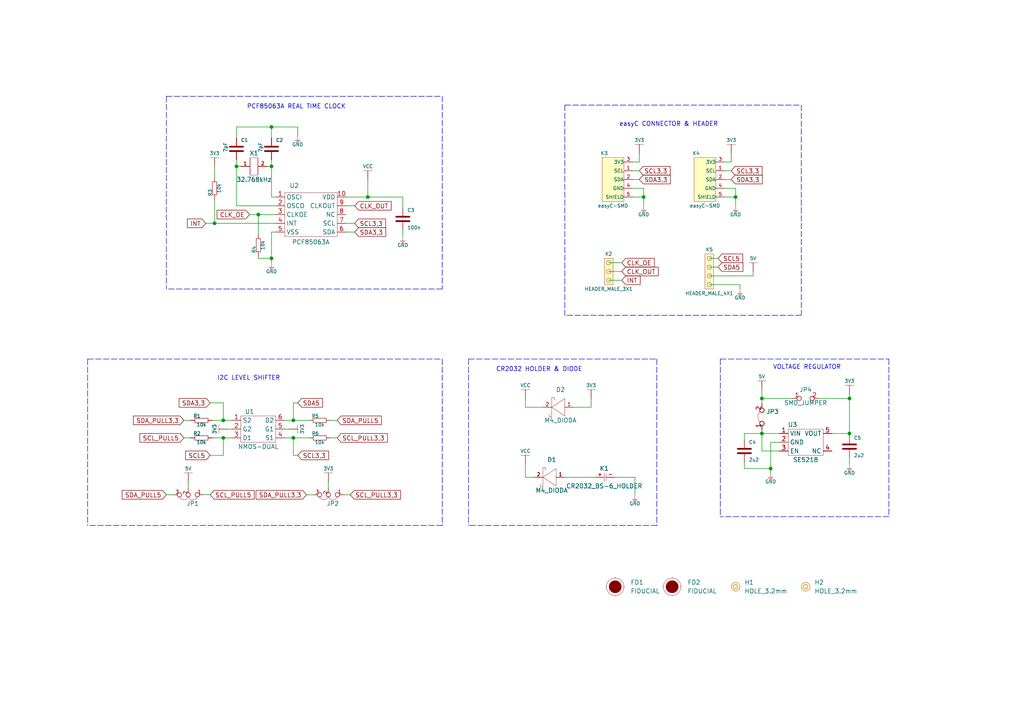
<source format=kicad_sch>
(kicad_sch (version 20211123) (generator eeschema)

  (uuid 57e67766-2bb3-4c7e-9be2-620cfbe85aeb)

  (paper "A4")

  (title_block
    (title "Real time clock PCF85063A")
    (date "2021-11-26")
    (rev "V1.2.2.")
    (company "SOLDERED")
    (comment 1 "333051")
  )

  (lib_symbols
    (symbol "e-radionica.com schematics:0603C" (pin_numbers hide) (pin_names (offset 0.002)) (in_bom yes) (on_board yes)
      (property "Reference" "C" (id 0) (at -0.635 3.175 0)
        (effects (font (size 1 1)))
      )
      (property "Value" "0603C" (id 1) (at 0 -3.175 0)
        (effects (font (size 1 1)))
      )
      (property "Footprint" "e-radionica.com footprinti:0603C" (id 2) (at 0 0 0)
        (effects (font (size 1 1)) hide)
      )
      (property "Datasheet" "" (id 3) (at 0 0 0)
        (effects (font (size 1 1)) hide)
      )
      (symbol "0603C_0_1"
        (polyline
          (pts
            (xy -0.635 1.905)
            (xy -0.635 -1.905)
          )
          (stroke (width 0.5) (type default) (color 0 0 0 0))
          (fill (type none))
        )
        (polyline
          (pts
            (xy 0.635 1.905)
            (xy 0.635 -1.905)
          )
          (stroke (width 0.5) (type default) (color 0 0 0 0))
          (fill (type none))
        )
      )
      (symbol "0603C_1_1"
        (pin passive line (at -3.175 0 0) (length 2.54)
          (name "~" (effects (font (size 1.27 1.27))))
          (number "1" (effects (font (size 1.27 1.27))))
        )
        (pin passive line (at 3.175 0 180) (length 2.54)
          (name "~" (effects (font (size 1.27 1.27))))
          (number "2" (effects (font (size 1.27 1.27))))
        )
      )
    )
    (symbol "e-radionica.com schematics:0603R" (pin_numbers hide) (pin_names (offset 0.254)) (in_bom yes) (on_board yes)
      (property "Reference" "R" (id 0) (at -1.905 1.905 0)
        (effects (font (size 1 1)))
      )
      (property "Value" "0603R" (id 1) (at 0 -1.905 0)
        (effects (font (size 1 1)))
      )
      (property "Footprint" "e-radionica.com footprinti:0603R" (id 2) (at -0.635 1.905 0)
        (effects (font (size 1 1)) hide)
      )
      (property "Datasheet" "" (id 3) (at -0.635 1.905 0)
        (effects (font (size 1 1)) hide)
      )
      (symbol "0603R_0_1"
        (rectangle (start -1.905 -0.635) (end 1.905 -0.6604)
          (stroke (width 0.1) (type default) (color 0 0 0 0))
          (fill (type none))
        )
        (rectangle (start -1.905 0.635) (end -1.8796 -0.635)
          (stroke (width 0.1) (type default) (color 0 0 0 0))
          (fill (type none))
        )
        (rectangle (start -1.905 0.635) (end 1.905 0.6096)
          (stroke (width 0.1) (type default) (color 0 0 0 0))
          (fill (type none))
        )
        (rectangle (start 1.905 0.635) (end 1.9304 -0.635)
          (stroke (width 0.1) (type default) (color 0 0 0 0))
          (fill (type none))
        )
      )
      (symbol "0603R_1_1"
        (pin passive line (at -3.175 0 0) (length 1.27)
          (name "~" (effects (font (size 1.27 1.27))))
          (number "1" (effects (font (size 1.27 1.27))))
        )
        (pin passive line (at 3.175 0 180) (length 1.27)
          (name "~" (effects (font (size 1.27 1.27))))
          (number "2" (effects (font (size 1.27 1.27))))
        )
      )
    )
    (symbol "e-radionica.com schematics:3V3" (power) (pin_names (offset 0)) (in_bom yes) (on_board yes)
      (property "Reference" "#PWR" (id 0) (at 4.445 0 0)
        (effects (font (size 1 1)) hide)
      )
      (property "Value" "3V3" (id 1) (at 0 3.556 0)
        (effects (font (size 1 1)))
      )
      (property "Footprint" "" (id 2) (at 4.445 3.81 0)
        (effects (font (size 1 1)) hide)
      )
      (property "Datasheet" "" (id 3) (at 4.445 3.81 0)
        (effects (font (size 1 1)) hide)
      )
      (property "ki_keywords" "power-flag" (id 4) (at 0 0 0)
        (effects (font (size 1.27 1.27)) hide)
      )
      (property "ki_description" "Power symbol creates a global label with name \"+3V3\"" (id 5) (at 0 0 0)
        (effects (font (size 1.27 1.27)) hide)
      )
      (symbol "3V3_0_1"
        (polyline
          (pts
            (xy -1.27 2.54)
            (xy 1.27 2.54)
          )
          (stroke (width 0.0006) (type default) (color 0 0 0 0))
          (fill (type none))
        )
        (polyline
          (pts
            (xy 0 0)
            (xy 0 2.54)
          )
          (stroke (width 0) (type default) (color 0 0 0 0))
          (fill (type none))
        )
      )
      (symbol "3V3_1_1"
        (pin power_in line (at 0 0 90) (length 0) hide
          (name "3V3" (effects (font (size 1.27 1.27))))
          (number "1" (effects (font (size 1.27 1.27))))
        )
      )
    )
    (symbol "e-radionica.com schematics:5V" (power) (pin_names (offset 0)) (in_bom yes) (on_board yes)
      (property "Reference" "#PWR" (id 0) (at 4.445 0 0)
        (effects (font (size 1 1)) hide)
      )
      (property "Value" "5V" (id 1) (at 0 3.556 0)
        (effects (font (size 1 1)))
      )
      (property "Footprint" "" (id 2) (at 4.445 3.81 0)
        (effects (font (size 1 1)) hide)
      )
      (property "Datasheet" "" (id 3) (at 4.445 3.81 0)
        (effects (font (size 1 1)) hide)
      )
      (property "ki_keywords" "power-flag" (id 4) (at 0 0 0)
        (effects (font (size 1.27 1.27)) hide)
      )
      (property "ki_description" "Power symbol creates a global label with name \"+3V3\"" (id 5) (at 0 0 0)
        (effects (font (size 1.27 1.27)) hide)
      )
      (symbol "5V_0_1"
        (polyline
          (pts
            (xy -1.27 2.54)
            (xy 1.27 2.54)
          )
          (stroke (width 0.0006) (type default) (color 0 0 0 0))
          (fill (type none))
        )
        (polyline
          (pts
            (xy 0 0)
            (xy 0 2.54)
          )
          (stroke (width 0) (type default) (color 0 0 0 0))
          (fill (type none))
        )
      )
      (symbol "5V_1_1"
        (pin power_in line (at 0 0 90) (length 0) hide
          (name "5V" (effects (font (size 1.27 1.27))))
          (number "1" (effects (font (size 1.27 1.27))))
        )
      )
    )
    (symbol "e-radionica.com schematics:CR2032_BS-6_HOLDER" (in_bom yes) (on_board yes)
      (property "Reference" "K" (id 0) (at 0 2.54 0)
        (effects (font (size 1.27 1.27)))
      )
      (property "Value" "CR2032_BS-6_HOLDER" (id 1) (at 0 -2.54 0)
        (effects (font (size 1.27 1.27)))
      )
      (property "Footprint" "e-radionica.com footprinti:CR2032-BS-6-1" (id 2) (at 0 -5.08 0)
        (effects (font (size 1.27 1.27)) hide)
      )
      (property "Datasheet" "" (id 3) (at 0 0 0)
        (effects (font (size 1.27 1.27)) hide)
      )
      (symbol "CR2032_BS-6_HOLDER_0_1"
        (polyline
          (pts
            (xy 0 -1.27)
            (xy 0 1.27)
            (xy 0 -0.762)
          )
          (stroke (width 0.0006) (type default) (color 0 0 0 0))
          (fill (type none))
        )
        (polyline
          (pts
            (xy 0.508 1.016)
            (xy 0.508 -1.016)
            (xy 0.508 -0.762)
          )
          (stroke (width 0.0006) (type default) (color 0 0 0 0))
          (fill (type none))
        )
      )
      (symbol "CR2032_BS-6_HOLDER_1_1"
        (pin input line (at -2.54 0 0) (length 2.54)
          (name "" (effects (font (size 1 1))))
          (number "+" (effects (font (size 1 1))))
        )
        (pin output line (at 3.048 0 180) (length 2.54)
          (name "" (effects (font (size 1 1))))
          (number "-" (effects (font (size 1 1))))
        )
      )
    )
    (symbol "e-radionica.com schematics:FIDUCIAL" (in_bom no) (on_board yes)
      (property "Reference" "FD" (id 0) (at 0 3.81 0)
        (effects (font (size 1.27 1.27)))
      )
      (property "Value" "FIDUCIAL" (id 1) (at 0 -3.81 0)
        (effects (font (size 1.27 1.27)))
      )
      (property "Footprint" "e-radionica.com footprinti:FIDUCIAL_23" (id 2) (at 0.254 -5.334 0)
        (effects (font (size 1.27 1.27)) hide)
      )
      (property "Datasheet" "" (id 3) (at 0 0 0)
        (effects (font (size 1.27 1.27)) hide)
      )
      (symbol "FIDUCIAL_0_1"
        (polyline
          (pts
            (xy -2.54 0)
            (xy -2.794 0)
          )
          (stroke (width 0.0006) (type default) (color 0 0 0 0))
          (fill (type none))
        )
        (polyline
          (pts
            (xy 0 -2.54)
            (xy 0 -2.794)
          )
          (stroke (width 0.0006) (type default) (color 0 0 0 0))
          (fill (type none))
        )
        (polyline
          (pts
            (xy 0 2.54)
            (xy 0 2.794)
          )
          (stroke (width 0.0006) (type default) (color 0 0 0 0))
          (fill (type none))
        )
        (polyline
          (pts
            (xy 2.54 0)
            (xy 2.794 0)
          )
          (stroke (width 0.0006) (type default) (color 0 0 0 0))
          (fill (type none))
        )
        (circle (center 0 0) (radius 1.7961)
          (stroke (width 0.001) (type default) (color 0 0 0 0))
          (fill (type outline))
        )
        (circle (center 0 0) (radius 2.54)
          (stroke (width 0.0006) (type default) (color 0 0 0 0))
          (fill (type none))
        )
      )
    )
    (symbol "e-radionica.com schematics:GND" (power) (pin_names (offset 0)) (in_bom yes) (on_board yes)
      (property "Reference" "#PWR" (id 0) (at 4.445 0 0)
        (effects (font (size 1 1)) hide)
      )
      (property "Value" "GND" (id 1) (at 0 -2.921 0)
        (effects (font (size 1 1)))
      )
      (property "Footprint" "" (id 2) (at 4.445 3.81 0)
        (effects (font (size 1 1)) hide)
      )
      (property "Datasheet" "" (id 3) (at 4.445 3.81 0)
        (effects (font (size 1 1)) hide)
      )
      (property "ki_keywords" "power-flag" (id 4) (at 0 0 0)
        (effects (font (size 1.27 1.27)) hide)
      )
      (property "ki_description" "Power symbol creates a global label with name \"+3V3\"" (id 5) (at 0 0 0)
        (effects (font (size 1.27 1.27)) hide)
      )
      (symbol "GND_0_1"
        (polyline
          (pts
            (xy -0.762 -1.27)
            (xy 0.762 -1.27)
          )
          (stroke (width 0.0006) (type default) (color 0 0 0 0))
          (fill (type none))
        )
        (polyline
          (pts
            (xy -0.635 -1.524)
            (xy 0.635 -1.524)
          )
          (stroke (width 0.0006) (type default) (color 0 0 0 0))
          (fill (type none))
        )
        (polyline
          (pts
            (xy -0.381 -1.778)
            (xy 0.381 -1.778)
          )
          (stroke (width 0.0006) (type default) (color 0 0 0 0))
          (fill (type none))
        )
        (polyline
          (pts
            (xy -0.127 -2.032)
            (xy 0.127 -2.032)
          )
          (stroke (width 0.0006) (type default) (color 0 0 0 0))
          (fill (type none))
        )
        (polyline
          (pts
            (xy 0 0)
            (xy 0 -1.27)
          )
          (stroke (width 0.0006) (type default) (color 0 0 0 0))
          (fill (type none))
        )
      )
      (symbol "GND_1_1"
        (pin power_in line (at 0 0 270) (length 0) hide
          (name "GND" (effects (font (size 1.27 1.27))))
          (number "1" (effects (font (size 1.27 1.27))))
        )
      )
    )
    (symbol "e-radionica.com schematics:HEADER_MALE_3X1" (pin_numbers hide) (pin_names hide) (in_bom yes) (on_board yes)
      (property "Reference" "K" (id 0) (at -0.635 5.08 0)
        (effects (font (size 1 1)))
      )
      (property "Value" "HEADER_MALE_3X1" (id 1) (at 0 -5.08 0)
        (effects (font (size 1 1)))
      )
      (property "Footprint" "e-radionica.com footprinti:HEADER_MALE_3X1" (id 2) (at 0 -7.62 0)
        (effects (font (size 1 1)) hide)
      )
      (property "Datasheet" "" (id 3) (at 0 -2.54 0)
        (effects (font (size 1 1)) hide)
      )
      (symbol "HEADER_MALE_3X1_0_1"
        (circle (center 0 -2.54) (radius 0.635)
          (stroke (width 0.0006) (type default) (color 0 0 0 0))
          (fill (type none))
        )
        (circle (center 0 0) (radius 0.635)
          (stroke (width 0.0006) (type default) (color 0 0 0 0))
          (fill (type none))
        )
        (circle (center 0 2.54) (radius 0.635)
          (stroke (width 0.0006) (type default) (color 0 0 0 0))
          (fill (type none))
        )
        (rectangle (start 1.27 -3.81) (end -1.27 3.81)
          (stroke (width 0.001) (type default) (color 0 0 0 0))
          (fill (type background))
        )
      )
      (symbol "HEADER_MALE_3X1_1_1"
        (pin passive line (at 0 -2.54 180) (length 0)
          (name "~" (effects (font (size 1 1))))
          (number "1" (effects (font (size 1 1))))
        )
        (pin passive line (at 0 0 180) (length 0)
          (name "~" (effects (font (size 1 1))))
          (number "2" (effects (font (size 1 1))))
        )
        (pin passive line (at 0 2.54 180) (length 0)
          (name "~" (effects (font (size 1 1))))
          (number "3" (effects (font (size 1 1))))
        )
      )
    )
    (symbol "e-radionica.com schematics:HEADER_MALE_4X1" (pin_numbers hide) (pin_names hide) (in_bom yes) (on_board yes)
      (property "Reference" "K" (id 0) (at -0.635 7.62 0)
        (effects (font (size 1 1)))
      )
      (property "Value" "HEADER_MALE_4X1" (id 1) (at 0 -5.08 0)
        (effects (font (size 1 1)))
      )
      (property "Footprint" "e-radionica.com footprinti:HEADER_MALE_4X1" (id 2) (at 0 -2.54 0)
        (effects (font (size 1 1)) hide)
      )
      (property "Datasheet" "" (id 3) (at 0 -2.54 0)
        (effects (font (size 1 1)) hide)
      )
      (symbol "HEADER_MALE_4X1_0_1"
        (circle (center 0 -2.54) (radius 0.635)
          (stroke (width 0.0006) (type default) (color 0 0 0 0))
          (fill (type none))
        )
        (circle (center 0 0) (radius 0.635)
          (stroke (width 0.0006) (type default) (color 0 0 0 0))
          (fill (type none))
        )
        (circle (center 0 2.54) (radius 0.635)
          (stroke (width 0.0006) (type default) (color 0 0 0 0))
          (fill (type none))
        )
        (circle (center 0 5.08) (radius 0.635)
          (stroke (width 0.0006) (type default) (color 0 0 0 0))
          (fill (type none))
        )
        (rectangle (start 1.27 -3.81) (end -1.27 6.35)
          (stroke (width 0.001) (type default) (color 0 0 0 0))
          (fill (type background))
        )
      )
      (symbol "HEADER_MALE_4X1_1_1"
        (pin passive line (at 0 -2.54 180) (length 0)
          (name "~" (effects (font (size 1 1))))
          (number "1" (effects (font (size 1 1))))
        )
        (pin passive line (at 0 0 180) (length 0)
          (name "~" (effects (font (size 1 1))))
          (number "2" (effects (font (size 1 1))))
        )
        (pin passive line (at 0 2.54 180) (length 0)
          (name "~" (effects (font (size 1 1))))
          (number "3" (effects (font (size 1 1))))
        )
        (pin passive line (at 0 5.08 180) (length 0)
          (name "~" (effects (font (size 1 1))))
          (number "4" (effects (font (size 1 1))))
        )
      )
    )
    (symbol "e-radionica.com schematics:HOLE_3.2mm" (pin_numbers hide) (pin_names hide) (in_bom yes) (on_board yes)
      (property "Reference" "H" (id 0) (at 0 2.54 0)
        (effects (font (size 1.27 1.27)))
      )
      (property "Value" "HOLE_3.2mm" (id 1) (at 0 -2.54 0)
        (effects (font (size 1.27 1.27)))
      )
      (property "Footprint" "e-radionica.com footprinti:HOLE_3.2mm" (id 2) (at 0 0 0)
        (effects (font (size 1.27 1.27)) hide)
      )
      (property "Datasheet" "" (id 3) (at 0 0 0)
        (effects (font (size 1.27 1.27)) hide)
      )
      (symbol "HOLE_3.2mm_0_1"
        (circle (center 0 0) (radius 0.635)
          (stroke (width 0.0006) (type default) (color 0 0 0 0))
          (fill (type none))
        )
        (circle (center 0 0) (radius 1.27)
          (stroke (width 0.001) (type default) (color 0 0 0 0))
          (fill (type background))
        )
      )
    )
    (symbol "e-radionica.com schematics:KRISTAL_3215" (in_bom yes) (on_board yes)
      (property "Reference" "X" (id 0) (at 0 3.556 0)
        (effects (font (size 1.27 1.27)))
      )
      (property "Value" "KRISTAL_3215" (id 1) (at 0 -3.556 0)
        (effects (font (size 1.27 1.27)))
      )
      (property "Footprint" "e-radionica.com footprinti:KRISTAL_3215" (id 2) (at 0 -5 0)
        (effects (font (size 1.27 1.27)) hide)
      )
      (property "Datasheet" "" (id 3) (at 0 0 0)
        (effects (font (size 1.27 1.27)) hide)
      )
      (symbol "KRISTAL_3215_0_1"
        (polyline
          (pts
            (xy -1.27 2.54)
            (xy -1.27 -2.54)
          )
          (stroke (width 0.0006) (type default) (color 0 0 0 0))
          (fill (type none))
        )
        (polyline
          (pts
            (xy 1.27 2.54)
            (xy 1.27 -2.54)
            (xy 1.27 -1.27)
          )
          (stroke (width 0.0006) (type default) (color 0 0 0 0))
          (fill (type none))
        )
        (polyline
          (pts
            (xy -1.016 2.54)
            (xy -1.016 -2.54)
            (xy 1.016 -2.54)
            (xy 1.016 2.54)
            (xy -1.016 2.54)
            (xy 0.762 2.54)
          )
          (stroke (width 0.0006) (type default) (color 0 0 0 0))
          (fill (type none))
        )
      )
      (symbol "KRISTAL_3215_1_1"
        (pin passive line (at -3.81 0 0) (length 2.54)
          (name "~" (effects (font (size 1 1))))
          (number "1" (effects (font (size 1 1))))
        )
        (pin passive line (at 3.81 0 180) (length 2.54)
          (name "~" (effects (font (size 1 1))))
          (number "2" (effects (font (size 1 1))))
        )
      )
    )
    (symbol "e-radionica.com schematics:M4_DIODA" (pin_names hide) (in_bom yes) (on_board yes)
      (property "Reference" "D" (id 0) (at 0 3.81 0)
        (effects (font (size 1.27 1.27)))
      )
      (property "Value" "M4_DIODA" (id 1) (at 0 -4.572 0)
        (effects (font (size 1.27 1.27)))
      )
      (property "Footprint" "e-radionica.com footprinti:M4_DIODA" (id 2) (at 0 -6.35 0)
        (effects (font (size 1.27 1.27)) hide)
      )
      (property "Datasheet" "" (id 3) (at 0 0 0)
        (effects (font (size 1.27 1.27)) hide)
      )
      (symbol "M4_DIODA_0_1"
        (polyline
          (pts
            (xy -2.54 2.54)
            (xy -2.54 -2.54)
            (xy 1.27 0)
            (xy -2.54 2.54)
          )
          (stroke (width 0.0006) (type default) (color 0 0 0 0))
          (fill (type none))
        )
        (polyline
          (pts
            (xy 1.27 2.794)
            (xy 1.27 -2.794)
            (xy 0.508 -2.794)
            (xy 0.508 -2.032)
          )
          (stroke (width 0.0006) (type default) (color 0 0 0 0))
          (fill (type none))
        )
        (polyline
          (pts
            (xy 1.27 2.794)
            (xy 2.032 2.794)
            (xy 2.032 2.032)
            (xy 2.032 2.54)
          )
          (stroke (width 0.0006) (type default) (color 0 0 0 0))
          (fill (type none))
        )
      )
      (symbol "M4_DIODA_1_1"
        (pin passive line (at -5.08 0 0) (length 2.54)
          (name "A" (effects (font (size 1 1))))
          (number "1" (effects (font (size 1 1))))
        )
        (pin passive line (at 3.81 0 180) (length 2.54)
          (name "K" (effects (font (size 1 1))))
          (number "2" (effects (font (size 1 1))))
        )
      )
    )
    (symbol "e-radionica.com schematics:NMOS-DUAL" (in_bom yes) (on_board yes)
      (property "Reference" "U" (id 0) (at -3.81 5.08 0)
        (effects (font (size 1.27 1.27)))
      )
      (property "Value" "NMOS-DUAL" (id 1) (at 0 -5.08 0)
        (effects (font (size 1.27 1.27)))
      )
      (property "Footprint" "e-radionica.com footprinti:SOT-363" (id 2) (at 0 -7.62 0)
        (effects (font (size 1.27 1.27)) hide)
      )
      (property "Datasheet" "" (id 3) (at 0 -2.54 0)
        (effects (font (size 1.27 1.27)) hide)
      )
      (symbol "NMOS-DUAL_0_1"
        (rectangle (start -5.08 3.81) (end 5.08 -3.81)
          (stroke (width 0.0006) (type default) (color 0 0 0 0))
          (fill (type none))
        )
      )
      (symbol "NMOS-DUAL_1_1"
        (pin input line (at -7.62 2.54 0) (length 2.54)
          (name "S2" (effects (font (size 1.27 1.27))))
          (number "1" (effects (font (size 1.27 1.27))))
        )
        (pin input line (at -7.62 0 0) (length 2.54)
          (name "G2" (effects (font (size 1.27 1.27))))
          (number "2" (effects (font (size 1.27 1.27))))
        )
        (pin input line (at -7.62 -2.54 0) (length 2.54)
          (name "D1" (effects (font (size 1.27 1.27))))
          (number "3" (effects (font (size 1.27 1.27))))
        )
        (pin input line (at 7.62 -2.54 180) (length 2.54)
          (name "S1" (effects (font (size 1.27 1.27))))
          (number "4" (effects (font (size 1.27 1.27))))
        )
        (pin input line (at 7.62 0 180) (length 2.54)
          (name "G1" (effects (font (size 1.27 1.27))))
          (number "5" (effects (font (size 1.27 1.27))))
        )
        (pin input line (at 7.62 2.54 180) (length 2.54)
          (name "D2" (effects (font (size 1.27 1.27))))
          (number "6" (effects (font (size 1.27 1.27))))
        )
      )
    )
    (symbol "e-radionica.com schematics:PCF85063A" (in_bom yes) (on_board yes)
      (property "Reference" "U" (id 0) (at -6.35 7.62 0)
        (effects (font (size 1.27 1.27)))
      )
      (property "Value" "PCF85063A" (id 1) (at 0 -7.62 0)
        (effects (font (size 1.27 1.27)))
      )
      (property "Footprint" "e-radionica.com footprinti:PCF85063A" (id 2) (at 0 -10.16 0)
        (effects (font (size 1.27 1.27)) hide)
      )
      (property "Datasheet" "" (id 3) (at -6.35 2.54 0)
        (effects (font (size 1.27 1.27)) hide)
      )
      (symbol "PCF85063A_0_1"
        (rectangle (start -7.62 6.35) (end 7.62 -6.35)
          (stroke (width 0.0006) (type default) (color 0 0 0 0))
          (fill (type none))
        )
      )
      (symbol "PCF85063A_1_1"
        (pin passive line (at -10.16 5.08 0) (length 2.54)
          (name "OSCI" (effects (font (size 1.27 1.27))))
          (number "1" (effects (font (size 1.27 1.27))))
        )
        (pin passive line (at 10.16 5.08 180) (length 2.54)
          (name "VDD" (effects (font (size 1.27 1.27))))
          (number "10" (effects (font (size 1.27 1.27))))
        )
        (pin passive line (at -10.16 2.54 0) (length 2.54)
          (name "OSCO" (effects (font (size 1.27 1.27))))
          (number "2" (effects (font (size 1.27 1.27))))
        )
        (pin passive line (at -10.16 0 0) (length 2.54)
          (name "CLKOE" (effects (font (size 1.27 1.27))))
          (number "3" (effects (font (size 1.27 1.27))))
        )
        (pin passive line (at -10.16 -2.54 0) (length 2.54)
          (name "INT" (effects (font (size 1.27 1.27))))
          (number "4" (effects (font (size 1.27 1.27))))
        )
        (pin passive line (at -10.16 -5.08 0) (length 2.54)
          (name "VSS" (effects (font (size 1.27 1.27))))
          (number "5" (effects (font (size 1.27 1.27))))
        )
        (pin passive line (at 10.16 -5.08 180) (length 2.54)
          (name "SDA" (effects (font (size 1.27 1.27))))
          (number "6" (effects (font (size 1.27 1.27))))
        )
        (pin passive line (at 10.16 -2.54 180) (length 2.54)
          (name "SCL" (effects (font (size 1.27 1.27))))
          (number "7" (effects (font (size 1.27 1.27))))
        )
        (pin passive line (at 10.16 0 180) (length 2.54)
          (name "NC" (effects (font (size 1.27 1.27))))
          (number "8" (effects (font (size 1.27 1.27))))
        )
        (pin passive line (at 10.16 2.54 180) (length 2.54)
          (name "CLKOUT" (effects (font (size 1.27 1.27))))
          (number "9" (effects (font (size 1.27 1.27))))
        )
      )
    )
    (symbol "e-radionica.com schematics:SE5218" (in_bom yes) (on_board yes)
      (property "Reference" "U" (id 0) (at -3.81 5.08 0)
        (effects (font (size 1.27 1.27)))
      )
      (property "Value" "SE5218" (id 1) (at 0 -5.08 0)
        (effects (font (size 1.27 1.27)))
      )
      (property "Footprint" "e-radionica.com footprinti:SOT-23-5" (id 2) (at 0 0 0)
        (effects (font (size 1.27 1.27)) hide)
      )
      (property "Datasheet" "" (id 3) (at 0 0 0)
        (effects (font (size 1.27 1.27)) hide)
      )
      (symbol "SE5218_0_1"
        (rectangle (start -5.08 3.81) (end 5.08 -3.81)
          (stroke (width 0.0006) (type default) (color 0 0 0 0))
          (fill (type none))
        )
      )
      (symbol "SE5218_1_1"
        (pin power_in line (at -7.62 2.54 0) (length 2.54)
          (name "VIN" (effects (font (size 1.27 1.27))))
          (number "1" (effects (font (size 1.27 1.27))))
        )
        (pin power_in line (at -7.62 0 0) (length 2.54)
          (name "GND" (effects (font (size 1.27 1.27))))
          (number "2" (effects (font (size 1.27 1.27))))
        )
        (pin input line (at -7.62 -2.54 0) (length 2.54)
          (name "EN" (effects (font (size 1.27 1.27))))
          (number "3" (effects (font (size 1.27 1.27))))
        )
        (pin passive line (at 7.62 -2.54 180) (length 2.54)
          (name "NC" (effects (font (size 1.27 1.27))))
          (number "4" (effects (font (size 1.27 1.27))))
        )
        (pin power_out line (at 7.62 2.54 180) (length 2.54)
          (name "VOUT" (effects (font (size 1.27 1.27))))
          (number "5" (effects (font (size 1.27 1.27))))
        )
      )
    )
    (symbol "e-radionica.com schematics:SMD-JUMPER-CONNECTED_TRACE_SLODERMASK" (in_bom yes) (on_board yes)
      (property "Reference" "JP" (id 0) (at 0 3.556 0)
        (effects (font (size 1.27 1.27)))
      )
      (property "Value" "SMD-JUMPER-CONNECTED_TRACE_SLODERMASK" (id 1) (at 0 -2.54 0)
        (effects (font (size 1.27 1.27)))
      )
      (property "Footprint" "e-radionica.com footprinti:SMD-JUMPER-CONNECTED_TRACE_SLODERMASK" (id 2) (at 0 -5.715 0)
        (effects (font (size 1.27 1.27)) hide)
      )
      (property "Datasheet" "" (id 3) (at 0 0 0)
        (effects (font (size 1.27 1.27)) hide)
      )
      (symbol "SMD-JUMPER-CONNECTED_TRACE_SLODERMASK_0_1"
        (arc (start 1.397 0.5842) (mid -0.2077 1.1365) (end -1.8034 0.5588)
          (stroke (width 0.0006) (type default) (color 0 0 0 0))
          (fill (type none))
        )
      )
      (symbol "SMD-JUMPER-CONNECTED_TRACE_SLODERMASK_1_1"
        (pin passive inverted (at -4.064 0 0) (length 2.54)
          (name "" (effects (font (size 1.27 1.27))))
          (number "1" (effects (font (size 1.27 1.27))))
        )
        (pin passive inverted (at 3.556 0 180) (length 2.54)
          (name "" (effects (font (size 1.27 1.27))))
          (number "2" (effects (font (size 1.27 1.27))))
        )
      )
    )
    (symbol "e-radionica.com schematics:SMD_JUMPER" (in_bom yes) (on_board yes)
      (property "Reference" "JP" (id 0) (at 0 1.397 0)
        (effects (font (size 1.27 1.27)))
      )
      (property "Value" "SMD_JUMPER" (id 1) (at 0.508 -3.048 0)
        (effects (font (size 1.27 1.27)))
      )
      (property "Footprint" "e-radionica.com footprinti:SMD_JUMPER" (id 2) (at 0 0 0)
        (effects (font (size 1.27 1.27)) hide)
      )
      (property "Datasheet" "" (id 3) (at 0 0 0)
        (effects (font (size 1.27 1.27)) hide)
      )
      (symbol "SMD_JUMPER_1_1"
        (pin passive inverted (at -3.81 0 0) (length 2.54)
          (name "" (effects (font (size 1.27 1.27))))
          (number "1" (effects (font (size 1.27 1.27))))
        )
        (pin passive inverted (at 3.81 0 180) (length 2.54)
          (name "" (effects (font (size 1.27 1.27))))
          (number "2" (effects (font (size 1.27 1.27))))
        )
      )
    )
    (symbol "e-radionica.com schematics:SMD_JUMPER_3_PAD_TRACE" (in_bom yes) (on_board yes)
      (property "Reference" "JP" (id 0) (at 0.0254 5.461 0)
        (effects (font (size 1.27 1.27)))
      )
      (property "Value" "SMD_JUMPER_3_PAD_TRACE" (id 1) (at 0.3048 -4.572 0)
        (effects (font (size 1.27 1.27)))
      )
      (property "Footprint" "e-radionica.com footprinti:SMD_JUMPER_3_PAD_TRACE" (id 2) (at 0 -1.27 0)
        (effects (font (size 1.27 1.27)) hide)
      )
      (property "Datasheet" "" (id 3) (at 0 0 0)
        (effects (font (size 1.27 1.27)) hide)
      )
      (symbol "SMD_JUMPER_3_PAD_TRACE_0_1"
        (arc (start 0 0.5842) (mid -1.2996 1.4721) (end -2.6162 0.6096)
          (stroke (width 0.0006) (type default) (color 0 0 0 0))
          (fill (type none))
        )
        (arc (start 2.5908 0.6604) (mid 1.2796 1.4379) (end 0 0.6096)
          (stroke (width 0.0006) (type default) (color 0 0 0 0))
          (fill (type none))
        )
      )
      (symbol "SMD_JUMPER_3_PAD_TRACE_1_1"
        (pin passive inverted (at -4.5212 -0.0254 0) (length 2.54)
          (name "" (effects (font (size 1 1))))
          (number "1" (effects (font (size 1 1))))
        )
        (pin passive inverted (at 0.0254 -1.9304 90) (length 2.54)
          (name "" (effects (font (size 1 1))))
          (number "2" (effects (font (size 1 1))))
        )
        (pin passive inverted (at 4.4704 0 180) (length 2.54)
          (name "" (effects (font (size 1 1))))
          (number "3" (effects (font (size 1 1))))
        )
      )
    )
    (symbol "e-radionica.com schematics:VCC" (power) (pin_names (offset 0)) (in_bom yes) (on_board yes)
      (property "Reference" "#PWR" (id 0) (at 4.445 0 0)
        (effects (font (size 1 1)) hide)
      )
      (property "Value" "VCC" (id 1) (at 0 3.556 0)
        (effects (font (size 1 1)))
      )
      (property "Footprint" "" (id 2) (at 4.445 3.81 0)
        (effects (font (size 1 1)) hide)
      )
      (property "Datasheet" "" (id 3) (at 4.445 3.81 0)
        (effects (font (size 1 1)) hide)
      )
      (property "ki_keywords" "power-flag" (id 4) (at 0 0 0)
        (effects (font (size 1.27 1.27)) hide)
      )
      (property "ki_description" "Power symbol creates a global label with name \"+3V3\"" (id 5) (at 0 0 0)
        (effects (font (size 1.27 1.27)) hide)
      )
      (symbol "VCC_0_1"
        (polyline
          (pts
            (xy -1.27 2.54)
            (xy 1.27 2.54)
          )
          (stroke (width 0.0006) (type default) (color 0 0 0 0))
          (fill (type none))
        )
        (polyline
          (pts
            (xy 0 0)
            (xy 0 2.54)
          )
          (stroke (width 0) (type default) (color 0 0 0 0))
          (fill (type none))
        )
      )
      (symbol "VCC_1_1"
        (pin power_in line (at 0 0 90) (length 0) hide
          (name "VCC" (effects (font (size 1.27 1.27))))
          (number "1" (effects (font (size 1.27 1.27))))
        )
      )
    )
    (symbol "e-radionica.com schematics:easyC-SMD" (pin_names (offset 0.002)) (in_bom yes) (on_board yes)
      (property "Reference" "K" (id 0) (at -2.54 10.16 0)
        (effects (font (size 1 1)))
      )
      (property "Value" "easyC-SMD" (id 1) (at 0 -5.08 0)
        (effects (font (size 1 1)))
      )
      (property "Footprint" "e-radionica.com footprinti:easyC-connector" (id 2) (at 3.175 2.54 0)
        (effects (font (size 1 1)) hide)
      )
      (property "Datasheet" "" (id 3) (at 3.175 2.54 0)
        (effects (font (size 1 1)) hide)
      )
      (symbol "easyC-SMD_0_1"
        (rectangle (start -3.175 8.89) (end 3.175 -3.81)
          (stroke (width 0.001) (type default) (color 0 0 0 0))
          (fill (type background))
        )
      )
      (symbol "easyC-SMD_1_1"
        (pin passive line (at 5.715 5.08 180) (length 2.54)
          (name "SCL" (effects (font (size 1 1))))
          (number "1" (effects (font (size 1 1))))
        )
        (pin passive line (at 5.715 2.54 180) (length 2.54)
          (name "SDA" (effects (font (size 1 1))))
          (number "2" (effects (font (size 1 1))))
        )
        (pin passive line (at 5.715 7.62 180) (length 2.54)
          (name "3V3" (effects (font (size 1 1))))
          (number "3" (effects (font (size 1 1))))
        )
        (pin passive line (at 5.715 0 180) (length 2.54)
          (name "GND" (effects (font (size 1 1))))
          (number "4" (effects (font (size 1 1))))
        )
        (pin passive line (at 5.715 -2.54 180) (length 2.54)
          (name "SHIELD" (effects (font (size 1 1))))
          (number "5" (effects (font (size 1 1))))
        )
      )
    )
  )

  (junction (at 74.93 62.23) (diameter 0.9144) (color 0 0 0 0)
    (uuid 101ef598-601d-400e-9ef6-d655fbb1dbfa)
  )
  (junction (at 220.98 115.57) (diameter 0.9144) (color 0 0 0 0)
    (uuid 15fe8f3d-6077-4e0e-81d0-8ec3f4538981)
  )
  (junction (at 85.09 127) (diameter 0.9144) (color 0 0 0 0)
    (uuid 35a9f71f-ba35-47f6-814e-4106ac36c51e)
  )
  (junction (at 85.09 121.92) (diameter 0.9144) (color 0 0 0 0)
    (uuid 5b34a16c-5a14-4291-8242-ea6d6ac54372)
  )
  (junction (at 62.23 64.77) (diameter 0.9144) (color 0 0 0 0)
    (uuid 65134029-dbd2-409a-85a8-13c2a33ff019)
  )
  (junction (at 78.74 48.26) (diameter 0.9144) (color 0 0 0 0)
    (uuid 6781326c-6e0d-4753-8f28-0f5c687e01f9)
  )
  (junction (at 64.77 121.92) (diameter 0.9144) (color 0 0 0 0)
    (uuid 7f2301df-e4bc-479e-a681-cc59c9a2dbbb)
  )
  (junction (at 68.58 48.26) (diameter 0.9144) (color 0 0 0 0)
    (uuid 7f52d787-caa3-4a92-b1b2-19d554dc29a4)
  )
  (junction (at 220.98 125.73) (diameter 0.9144) (color 0 0 0 0)
    (uuid 814763c2-92e5-4a2c-941c-9bbd073f6e87)
  )
  (junction (at 246.38 115.57) (diameter 0.9144) (color 0 0 0 0)
    (uuid 82be7aae-5d06-4178-8c3e-98760c41b054)
  )
  (junction (at 186.69 57.15) (diameter 0.9144) (color 0 0 0 0)
    (uuid 9b3c58a7-a9b9-4498-abc0-f9f43e4f0292)
  )
  (junction (at 64.77 127) (diameter 0.9144) (color 0 0 0 0)
    (uuid a8447faf-e0a0-4c4a-ae53-4d4b28669151)
  )
  (junction (at 106.68 57.15) (diameter 0.9144) (color 0 0 0 0)
    (uuid c094494a-f6f7-43fc-a007-4951484ddf3a)
  )
  (junction (at 78.74 74.93) (diameter 0.9144) (color 0 0 0 0)
    (uuid c701ee8e-1214-4781-a973-17bef7b6e3eb)
  )
  (junction (at 78.74 36.83) (diameter 0.9144) (color 0 0 0 0)
    (uuid c8029a4c-945d-42ca-871a-dd73ff50a1a3)
  )
  (junction (at 246.38 125.73) (diameter 0.9144) (color 0 0 0 0)
    (uuid e1535036-5d36-405f-bb86-3819621c4f23)
  )
  (junction (at 213.36 57.15) (diameter 0.9144) (color 0 0 0 0)
    (uuid e40e8cef-4fb0-4fc3-be09-3875b2cc8469)
  )
  (junction (at 223.52 135.89) (diameter 0.9144) (color 0 0 0 0)
    (uuid e65b62be-e01b-4688-a999-1d1be370c4ae)
  )

  (wire (pts (xy 163.83 138.43) (xy 172.72 138.43))
    (stroke (width 0) (type solid) (color 0 0 0 0))
    (uuid 00ef03eb-3670-4249-84de-b6ae278c5df8)
  )
  (wire (pts (xy 205.74 74.93) (xy 208.28 74.93))
    (stroke (width 0) (type solid) (color 0 0 0 0))
    (uuid 02fc9f45-4acb-42db-a879-7b9ea87c2f46)
  )
  (wire (pts (xy 226.06 130.81) (xy 220.98 130.81))
    (stroke (width 0) (type solid) (color 0 0 0 0))
    (uuid 0611252a-949c-4ec6-a11f-66373bee48ae)
  )
  (wire (pts (xy 95.2246 139.7) (xy 95.25 139.7))
    (stroke (width 0) (type solid) (color 0 0 0 0))
    (uuid 0633085a-4d53-4471-8ab2-1fb23586bf9b)
  )
  (wire (pts (xy 210.185 54.61) (xy 213.36 54.61))
    (stroke (width 0) (type solid) (color 0 0 0 0))
    (uuid 0664d86c-e416-4df4-8a1e-901f370843a7)
  )
  (wire (pts (xy 62.23 48.26) (xy 62.23 51.435))
    (stroke (width 0) (type solid) (color 0 0 0 0))
    (uuid 06df8c7e-c363-434a-83c7-d3c714cf5b87)
  )
  (wire (pts (xy 100.33 64.77) (xy 102.87 64.77))
    (stroke (width 0) (type solid) (color 0 0 0 0))
    (uuid 06e388c6-0e26-4913-afed-419dc50a7a08)
  )
  (polyline (pts (xy 48.26 27.94) (xy 48.26 83.82))
    (stroke (width 0) (type dash) (color 0 0 0 0))
    (uuid 07cfab35-c357-4d8a-9fd0-6070d1d465cf)
  )
  (polyline (pts (xy 48.26 27.94) (xy 128.27 27.94))
    (stroke (width 0) (type dash) (color 0 0 0 0))
    (uuid 07cfab35-c357-4d8a-9fd0-6070d1d465d0)
  )
  (polyline (pts (xy 128.27 27.94) (xy 128.27 83.82))
    (stroke (width 0) (type dash) (color 0 0 0 0))
    (uuid 07cfab35-c357-4d8a-9fd0-6070d1d465d1)
  )
  (polyline (pts (xy 128.27 83.82) (xy 48.26 83.82))
    (stroke (width 0) (type dash) (color 0 0 0 0))
    (uuid 07cfab35-c357-4d8a-9fd0-6070d1d465d2)
  )

  (wire (pts (xy 95.2246 141.5796) (xy 95.2246 139.7))
    (stroke (width 0) (type solid) (color 0 0 0 0))
    (uuid 0b1ec946-bcdd-4ac1-a30d-3c173712f669)
  )
  (wire (pts (xy 186.69 57.15) (xy 186.69 59.69))
    (stroke (width 0) (type solid) (color 0 0 0 0))
    (uuid 0d859334-99af-4d3a-a7a7-7f5527b1217a)
  )
  (wire (pts (xy 210.185 52.07) (xy 212.09 52.07))
    (stroke (width 0) (type solid) (color 0 0 0 0))
    (uuid 0f54ebc9-d66e-4c03-a206-09c24d386508)
  )
  (wire (pts (xy 186.69 54.61) (xy 186.69 57.15))
    (stroke (width 0) (type solid) (color 0 0 0 0))
    (uuid 0fe1a9e0-3304-4ff9-8c45-e6a89973c759)
  )
  (wire (pts (xy 176.53 76.2) (xy 180.34 76.2))
    (stroke (width 0) (type solid) (color 0 0 0 0))
    (uuid 100ec2b0-cac9-4d80-99a2-f4824c870c6f)
  )
  (wire (pts (xy 226.06 125.73) (xy 220.98 125.73))
    (stroke (width 0) (type solid) (color 0 0 0 0))
    (uuid 1086cb34-d45e-4c50-9387-e42b63794cb4)
  )
  (polyline (pts (xy 163.83 30.48) (xy 163.83 91.44))
    (stroke (width 0) (type dash) (color 0 0 0 0))
    (uuid 119745de-6873-4d68-b8c1-1e921de973ad)
  )
  (polyline (pts (xy 163.83 30.48) (xy 232.41 30.48))
    (stroke (width 0) (type dash) (color 0 0 0 0))
    (uuid 119745de-6873-4d68-b8c1-1e921de973ae)
  )
  (polyline (pts (xy 232.41 30.48) (xy 232.41 91.44))
    (stroke (width 0) (type dash) (color 0 0 0 0))
    (uuid 119745de-6873-4d68-b8c1-1e921de973af)
  )
  (polyline (pts (xy 232.41 91.44) (xy 163.83 91.44))
    (stroke (width 0) (type dash) (color 0 0 0 0))
    (uuid 119745de-6873-4d68-b8c1-1e921de973b0)
  )

  (wire (pts (xy 205.74 82.55) (xy 214.63 82.55))
    (stroke (width 0) (type solid) (color 0 0 0 0))
    (uuid 135ae312-167f-4514-955c-1f4b0d71c6ce)
  )
  (wire (pts (xy 183.515 52.07) (xy 185.42 52.07))
    (stroke (width 0) (type solid) (color 0 0 0 0))
    (uuid 148fb2aa-39e2-4691-82f6-249765a2b505)
  )
  (wire (pts (xy 61.595 127) (xy 64.77 127))
    (stroke (width 0) (type solid) (color 0 0 0 0))
    (uuid 173fd495-8532-44a6-b5f6-234f80097cdb)
  )
  (wire (pts (xy 66.04 124.46) (xy 67.31 124.46))
    (stroke (width 0) (type solid) (color 0 0 0 0))
    (uuid 1dae5c0f-10b0-4aa1-b218-5080b2d859b4)
  )
  (wire (pts (xy 61.595 121.92) (xy 64.77 121.92))
    (stroke (width 0) (type solid) (color 0 0 0 0))
    (uuid 21c9518e-d1f4-4217-bab2-29af39474ada)
  )
  (wire (pts (xy 220.98 124.714) (xy 220.98 125.73))
    (stroke (width 0) (type solid) (color 0 0 0 0))
    (uuid 238cacae-1ac3-4913-a5ae-2717bf2125ba)
  )
  (wire (pts (xy 88.9 143.51) (xy 90.7796 143.51))
    (stroke (width 0) (type solid) (color 0 0 0 0))
    (uuid 244d01cf-a4a0-42dc-9968-01f55ba88161)
  )
  (wire (pts (xy 246.38 115.57) (xy 246.38 125.73))
    (stroke (width 0) (type solid) (color 0 0 0 0))
    (uuid 24c4e782-7f88-4771-8847-08fcfebcac07)
  )
  (wire (pts (xy 64.77 127) (xy 67.31 127))
    (stroke (width 0) (type solid) (color 0 0 0 0))
    (uuid 2708400d-e8b3-47c6-a412-f113ec5fe3bb)
  )
  (wire (pts (xy 99.7712 143.51) (xy 101.6 143.51))
    (stroke (width 0) (type solid) (color 0 0 0 0))
    (uuid 29cdea7e-0636-447f-9f14-0bc8ffb8431c)
  )
  (polyline (pts (xy 25.4 104.14) (xy 25.4 152.4))
    (stroke (width 0) (type dash) (color 0 0 0 0))
    (uuid 30ec1fb1-023f-4d77-86af-6726ef404bdc)
  )
  (polyline (pts (xy 25.4 104.14) (xy 128.27 104.14))
    (stroke (width 0) (type dash) (color 0 0 0 0))
    (uuid 30ec1fb1-023f-4d77-86af-6726ef404bdd)
  )
  (polyline (pts (xy 128.27 104.14) (xy 128.27 152.4))
    (stroke (width 0) (type dash) (color 0 0 0 0))
    (uuid 30ec1fb1-023f-4d77-86af-6726ef404bde)
  )
  (polyline (pts (xy 128.27 152.4) (xy 25.4 152.4))
    (stroke (width 0) (type dash) (color 0 0 0 0))
    (uuid 30ec1fb1-023f-4d77-86af-6726ef404bdf)
  )

  (wire (pts (xy 215.9 125.73) (xy 220.98 125.73))
    (stroke (width 0) (type solid) (color 0 0 0 0))
    (uuid 344e8a8a-2e5a-4b5b-8048-6414d7227b80)
  )
  (wire (pts (xy 99.7712 143.4846) (xy 99.7712 143.51))
    (stroke (width 0) (type solid) (color 0 0 0 0))
    (uuid 347b8a40-256a-4203-8c78-46eab371cd47)
  )
  (polyline (pts (xy 208.915 104.14) (xy 208.915 149.86))
    (stroke (width 0) (type dash) (color 0 0 0 0))
    (uuid 352ce915-b534-4160-84ad-2d1914d9a45e)
  )
  (polyline (pts (xy 208.915 104.14) (xy 257.81 104.14))
    (stroke (width 0) (type dash) (color 0 0 0 0))
    (uuid 352ce915-b534-4160-84ad-2d1914d9a45f)
  )
  (polyline (pts (xy 257.81 104.14) (xy 257.81 149.86))
    (stroke (width 0) (type dash) (color 0 0 0 0))
    (uuid 352ce915-b534-4160-84ad-2d1914d9a460)
  )
  (polyline (pts (xy 257.81 149.86) (xy 208.915 149.86))
    (stroke (width 0) (type dash) (color 0 0 0 0))
    (uuid 352ce915-b534-4160-84ad-2d1914d9a461)
  )

  (wire (pts (xy 215.9 127.635) (xy 215.9 125.73))
    (stroke (width 0) (type solid) (color 0 0 0 0))
    (uuid 37b448a4-f1bd-48cc-b178-9656b1172c7b)
  )
  (wire (pts (xy 152.4 118.11) (xy 152.4 115.57))
    (stroke (width 0) (type solid) (color 0 0 0 0))
    (uuid 38e05133-fb33-42b6-90a6-739b21279fcd)
  )
  (wire (pts (xy 157.48 118.11) (xy 152.4 118.11))
    (stroke (width 0) (type solid) (color 0 0 0 0))
    (uuid 38e05133-fb33-42b6-90a6-739b21279fce)
  )
  (wire (pts (xy 82.55 124.46) (xy 83.82 124.46))
    (stroke (width 0) (type solid) (color 0 0 0 0))
    (uuid 400898b0-6ed8-401c-bd1f-9a53da2648f4)
  )
  (wire (pts (xy 100.33 59.69) (xy 102.87 59.69))
    (stroke (width 0) (type solid) (color 0 0 0 0))
    (uuid 404361a8-267f-43a0-a89b-53cc19de373b)
  )
  (wire (pts (xy 106.68 57.15) (xy 116.84 57.15))
    (stroke (width 0) (type solid) (color 0 0 0 0))
    (uuid 411036fe-9592-4de7-a94f-1ace127378e1)
  )
  (wire (pts (xy 215.9 133.985) (xy 215.9 135.89))
    (stroke (width 0) (type solid) (color 0 0 0 0))
    (uuid 422c7901-bfa7-4b1c-bfc8-4ea89ca47c37)
  )
  (wire (pts (xy 246.38 132.715) (xy 246.38 134.62))
    (stroke (width 0) (type solid) (color 0 0 0 0))
    (uuid 42736d99-510e-409f-824a-d4a3403626a1)
  )
  (wire (pts (xy 100.33 67.31) (xy 102.87 67.31))
    (stroke (width 0) (type solid) (color 0 0 0 0))
    (uuid 43259f82-2d84-47bb-90a0-ada6cd9e4473)
  )
  (wire (pts (xy 210.185 49.53) (xy 212.09 49.53))
    (stroke (width 0) (type solid) (color 0 0 0 0))
    (uuid 432b241c-6f83-4ea9-9446-26d1149b7853)
  )
  (wire (pts (xy 78.74 36.83) (xy 86.36 36.83))
    (stroke (width 0) (type solid) (color 0 0 0 0))
    (uuid 435fadf9-1f7f-4a12-bc61-d204fe9a54e2)
  )
  (wire (pts (xy 78.74 40.005) (xy 78.74 36.83))
    (stroke (width 0) (type solid) (color 0 0 0 0))
    (uuid 435fadf9-1f7f-4a12-bc61-d204fe9a54e3)
  )
  (wire (pts (xy 86.36 36.83) (xy 86.36 39.37))
    (stroke (width 0) (type solid) (color 0 0 0 0))
    (uuid 435fadf9-1f7f-4a12-bc61-d204fe9a54e4)
  )
  (wire (pts (xy 64.77 121.92) (xy 67.31 121.92))
    (stroke (width 0) (type solid) (color 0 0 0 0))
    (uuid 47a05abd-7c7d-426f-8dbe-0eb05ce021dd)
  )
  (wire (pts (xy 152.4 134.62) (xy 152.4 138.43))
    (stroke (width 0) (type solid) (color 0 0 0 0))
    (uuid 4885b27d-94e8-408f-838d-62e4842cfdb6)
  )
  (wire (pts (xy 154.94 138.43) (xy 152.4 138.43))
    (stroke (width 0) (type solid) (color 0 0 0 0))
    (uuid 4885b27d-94e8-408f-838d-62e4842cfdb7)
  )
  (wire (pts (xy 205.74 80.01) (xy 218.44 80.01))
    (stroke (width 0) (type solid) (color 0 0 0 0))
    (uuid 4db8a34c-cdcd-44d4-83d0-2e9754049d8e)
  )
  (wire (pts (xy 54.5846 139.7) (xy 54.61 139.7))
    (stroke (width 0) (type solid) (color 0 0 0 0))
    (uuid 50e9f57a-ea7b-4478-bd6e-7186bbee1150)
  )
  (wire (pts (xy 223.52 128.27) (xy 223.52 135.89))
    (stroke (width 0) (type solid) (color 0 0 0 0))
    (uuid 518d5ee8-297a-47b8-86f5-02302a141189)
  )
  (wire (pts (xy 213.36 54.61) (xy 213.36 57.15))
    (stroke (width 0) (type solid) (color 0 0 0 0))
    (uuid 5543ea5c-9b86-43b5-af9d-ea89dc6ae077)
  )
  (wire (pts (xy 82.55 121.92) (xy 85.09 121.92))
    (stroke (width 0) (type solid) (color 0 0 0 0))
    (uuid 55441401-ddb9-49c6-aa6b-aa975b397b12)
  )
  (wire (pts (xy 176.53 81.28) (xy 180.34 81.28))
    (stroke (width 0) (type solid) (color 0 0 0 0))
    (uuid 586b97f4-98b7-4cea-9dd0-26e041c67188)
  )
  (wire (pts (xy 60.96 116.84) (xy 64.77 116.84))
    (stroke (width 0) (type solid) (color 0 0 0 0))
    (uuid 5b099973-9642-4db1-82f6-0000e9a20881)
  )
  (wire (pts (xy 116.84 60.325) (xy 116.84 57.15))
    (stroke (width 0) (type solid) (color 0 0 0 0))
    (uuid 5b202c5b-6263-4807-9d20-0e6266087ae0)
  )
  (wire (pts (xy 78.74 67.31) (xy 78.74 74.93))
    (stroke (width 0) (type solid) (color 0 0 0 0))
    (uuid 5ef283bb-172a-4357-99d1-2a349087563c)
  )
  (wire (pts (xy 80.01 67.31) (xy 78.74 67.31))
    (stroke (width 0) (type solid) (color 0 0 0 0))
    (uuid 5ef283bb-172a-4357-99d1-2a349087563d)
  )
  (wire (pts (xy 183.515 57.15) (xy 186.69 57.15))
    (stroke (width 0) (type solid) (color 0 0 0 0))
    (uuid 64fd8190-869c-4722-b0da-edd1a4f9f305)
  )
  (wire (pts (xy 68.58 48.26) (xy 69.85 48.26))
    (stroke (width 0) (type solid) (color 0 0 0 0))
    (uuid 662f75f0-1126-4480-a400-35c9cce75049)
  )
  (wire (pts (xy 68.58 59.69) (xy 68.58 48.26))
    (stroke (width 0) (type solid) (color 0 0 0 0))
    (uuid 662f75f0-1126-4480-a400-35c9cce7504a)
  )
  (wire (pts (xy 80.01 59.69) (xy 68.58 59.69))
    (stroke (width 0) (type solid) (color 0 0 0 0))
    (uuid 662f75f0-1126-4480-a400-35c9cce7504b)
  )
  (wire (pts (xy 59.69 64.77) (xy 62.23 64.77))
    (stroke (width 0) (type solid) (color 0 0 0 0))
    (uuid 68f682d6-1141-4f33-ac88-69d823f82b87)
  )
  (wire (pts (xy 62.23 64.77) (xy 80.01 64.77))
    (stroke (width 0) (type solid) (color 0 0 0 0))
    (uuid 68f682d6-1141-4f33-ac88-69d823f82b88)
  )
  (wire (pts (xy 68.58 46.355) (xy 68.58 48.26))
    (stroke (width 0) (type solid) (color 0 0 0 0))
    (uuid 6ab4cf9b-bfce-4f64-bfc9-370645ca7f9e)
  )
  (wire (pts (xy 48.26 143.51) (xy 50.1396 143.51))
    (stroke (width 0) (type solid) (color 0 0 0 0))
    (uuid 6cd8dadf-d107-4835-8586-2c89e321d97d)
  )
  (wire (pts (xy 220.98 130.81) (xy 220.98 125.73))
    (stroke (width 0) (type solid) (color 0 0 0 0))
    (uuid 6e75382f-e9d1-4bab-a07c-3495d965ce95)
  )
  (wire (pts (xy 223.52 135.89) (xy 223.52 137.16))
    (stroke (width 0) (type solid) (color 0 0 0 0))
    (uuid 70ea061c-5e54-4fed-a60d-0565ddf9e88b)
  )
  (wire (pts (xy 210.185 57.15) (xy 213.36 57.15))
    (stroke (width 0) (type solid) (color 0 0 0 0))
    (uuid 715c96c7-f109-40f3-99df-b6147ef7a1e1)
  )
  (wire (pts (xy 241.3 125.73) (xy 246.38 125.73))
    (stroke (width 0) (type solid) (color 0 0 0 0))
    (uuid 7245f31a-02ca-4fdc-a5b3-9af78fdb00f4)
  )
  (wire (pts (xy 53.34 127) (xy 55.245 127))
    (stroke (width 0) (type solid) (color 0 0 0 0))
    (uuid 74b3e50f-4b4b-4036-9588-c5fd5ea8a236)
  )
  (wire (pts (xy 62.23 57.785) (xy 62.23 64.77))
    (stroke (width 0) (type solid) (color 0 0 0 0))
    (uuid 753ed3bd-538f-4aec-b389-93f76b3a2bcb)
  )
  (wire (pts (xy 183.515 49.53) (xy 185.42 49.53))
    (stroke (width 0) (type solid) (color 0 0 0 0))
    (uuid 7a8113de-1ff5-4439-82b0-288ae76b3997)
  )
  (wire (pts (xy 53.34 121.92) (xy 55.245 121.92))
    (stroke (width 0) (type solid) (color 0 0 0 0))
    (uuid 7b2b3e77-a950-486a-a3d3-52ba928334a0)
  )
  (wire (pts (xy 68.58 36.83) (xy 78.74 36.83))
    (stroke (width 0) (type solid) (color 0 0 0 0))
    (uuid 81201950-7c7c-4e51-8de9-7028b41f98bc)
  )
  (wire (pts (xy 68.58 40.005) (xy 68.58 36.83))
    (stroke (width 0) (type solid) (color 0 0 0 0))
    (uuid 81201950-7c7c-4e51-8de9-7028b41f98bd)
  )
  (wire (pts (xy 237.49 115.57) (xy 246.38 115.57))
    (stroke (width 0) (type solid) (color 0 0 0 0))
    (uuid 8628903b-d59d-4cb3-a558-7da65bf49c17)
  )
  (wire (pts (xy 185.42 46.99) (xy 185.42 44.45))
    (stroke (width 0) (type solid) (color 0 0 0 0))
    (uuid 8b40b4ba-452e-47c0-a162-592e234b59ba)
  )
  (wire (pts (xy 86.36 116.84) (xy 85.09 116.84))
    (stroke (width 0) (type solid) (color 0 0 0 0))
    (uuid 8c23b410-7a14-47c7-bb9f-d80bbb7b9a2d)
  )
  (wire (pts (xy 74.93 74.295) (xy 74.93 74.93))
    (stroke (width 0) (type solid) (color 0 0 0 0))
    (uuid 8d379d62-c0bd-4a93-b102-b28570bd09dd)
  )
  (wire (pts (xy 74.93 74.93) (xy 78.74 74.93))
    (stroke (width 0) (type solid) (color 0 0 0 0))
    (uuid 8d379d62-c0bd-4a93-b102-b28570bd09de)
  )
  (wire (pts (xy 78.74 74.93) (xy 78.74 76.2))
    (stroke (width 0) (type solid) (color 0 0 0 0))
    (uuid 8d379d62-c0bd-4a93-b102-b28570bd09df)
  )
  (wire (pts (xy 74.93 62.23) (xy 74.93 67.945))
    (stroke (width 0) (type solid) (color 0 0 0 0))
    (uuid 8e84ca1d-db2b-4aec-93d2-715985066952)
  )
  (wire (pts (xy 178.308 138.43) (xy 184.15 138.43))
    (stroke (width 0) (type solid) (color 0 0 0 0))
    (uuid 9af7864c-cc97-465d-8869-91bca739c576)
  )
  (wire (pts (xy 184.15 138.43) (xy 184.15 143.51))
    (stroke (width 0) (type solid) (color 0 0 0 0))
    (uuid 9af7864c-cc97-465d-8869-91bca739c577)
  )
  (wire (pts (xy 85.09 121.92) (xy 89.535 121.92))
    (stroke (width 0) (type solid) (color 0 0 0 0))
    (uuid a4abdf26-617d-49f8-923f-8d0e8c6dc710)
  )
  (wire (pts (xy 210.185 46.99) (xy 212.09 46.99))
    (stroke (width 0) (type solid) (color 0 0 0 0))
    (uuid a552f7e3-6777-40ca-8fbc-be7be4a08a7a)
  )
  (wire (pts (xy 183.515 54.61) (xy 186.69 54.61))
    (stroke (width 0) (type solid) (color 0 0 0 0))
    (uuid a72c663c-2e30-47f9-b199-5372a8884d7f)
  )
  (wire (pts (xy 100.33 57.15) (xy 106.68 57.15))
    (stroke (width 0) (type solid) (color 0 0 0 0))
    (uuid a7eb3970-3cb4-4a38-b726-2cc0b4d83149)
  )
  (wire (pts (xy 106.68 57.15) (xy 106.68 52.07))
    (stroke (width 0) (type solid) (color 0 0 0 0))
    (uuid a7eb3970-3cb4-4a38-b726-2cc0b4d8314a)
  )
  (wire (pts (xy 60.96 143.4846) (xy 60.96 143.51))
    (stroke (width 0) (type solid) (color 0 0 0 0))
    (uuid aa2bacce-0d5d-4632-b8dc-f253d1d002d0)
  )
  (wire (pts (xy 77.47 48.26) (xy 78.74 48.26))
    (stroke (width 0) (type solid) (color 0 0 0 0))
    (uuid ab85bc7d-af6a-4e1f-bc7c-5cf126b874a9)
  )
  (wire (pts (xy 78.74 57.15) (xy 78.74 48.26))
    (stroke (width 0) (type solid) (color 0 0 0 0))
    (uuid ab85bc7d-af6a-4e1f-bc7c-5cf126b874aa)
  )
  (wire (pts (xy 80.01 57.15) (xy 78.74 57.15))
    (stroke (width 0) (type solid) (color 0 0 0 0))
    (uuid ab85bc7d-af6a-4e1f-bc7c-5cf126b874ab)
  )
  (wire (pts (xy 64.77 132.08) (xy 64.77 127))
    (stroke (width 0) (type solid) (color 0 0 0 0))
    (uuid ac3df37f-fe3a-41a2-a49c-f8cc1d9b73f9)
  )
  (wire (pts (xy 82.55 127) (xy 85.09 127))
    (stroke (width 0) (type solid) (color 0 0 0 0))
    (uuid ae0e766a-3ed5-4810-bb7d-5094fead9e14)
  )
  (wire (pts (xy 85.09 127) (xy 89.535 127))
    (stroke (width 0) (type solid) (color 0 0 0 0))
    (uuid afffaacb-a8dd-4c0d-84d2-71e4f579bb9d)
  )
  (wire (pts (xy 246.38 125.73) (xy 246.38 126.365))
    (stroke (width 0) (type solid) (color 0 0 0 0))
    (uuid b1de55b2-13e3-4e50-8c93-d19723c32f6c)
  )
  (wire (pts (xy 212.09 46.99) (xy 212.09 44.45))
    (stroke (width 0) (type solid) (color 0 0 0 0))
    (uuid b64e014b-fbe2-4bef-b6a3-f41af250e3bb)
  )
  (wire (pts (xy 95.885 121.92) (xy 97.79 121.92))
    (stroke (width 0) (type solid) (color 0 0 0 0))
    (uuid b9b1e1b8-7677-4b5d-ad65-7191806ced23)
  )
  (wire (pts (xy 85.09 116.84) (xy 85.09 121.92))
    (stroke (width 0) (type solid) (color 0 0 0 0))
    (uuid ba7ec8b5-d479-4a0e-a7ec-7cfb787f4adc)
  )
  (wire (pts (xy 78.74 46.355) (xy 78.74 48.26))
    (stroke (width 0) (type solid) (color 0 0 0 0))
    (uuid c03202b0-46b0-4f2e-9d97-cfe1bd22274d)
  )
  (wire (pts (xy 60.96 132.08) (xy 64.77 132.08))
    (stroke (width 0) (type solid) (color 0 0 0 0))
    (uuid c1382126-e51d-4745-b3e8-e3d23b981a79)
  )
  (wire (pts (xy 176.53 78.74) (xy 180.34 78.74))
    (stroke (width 0) (type solid) (color 0 0 0 0))
    (uuid c1efc66f-885d-4a48-8627-73c50e740b1c)
  )
  (polyline (pts (xy 135.89 104.14) (xy 135.89 152.4))
    (stroke (width 0) (type dash) (color 0 0 0 0))
    (uuid c3efb221-9217-45b5-913a-dfca7057400b)
  )
  (polyline (pts (xy 135.89 104.14) (xy 190.5 104.14))
    (stroke (width 0) (type dash) (color 0 0 0 0))
    (uuid c3efb221-9217-45b5-913a-dfca7057400c)
  )
  (polyline (pts (xy 190.5 104.14) (xy 190.5 152.4))
    (stroke (width 0) (type dash) (color 0 0 0 0))
    (uuid c3efb221-9217-45b5-913a-dfca7057400d)
  )
  (polyline (pts (xy 190.5 152.4) (xy 135.89 152.4))
    (stroke (width 0) (type dash) (color 0 0 0 0))
    (uuid c3efb221-9217-45b5-913a-dfca7057400e)
  )

  (wire (pts (xy 229.87 115.57) (xy 220.98 115.57))
    (stroke (width 0) (type solid) (color 0 0 0 0))
    (uuid d1630337-c34e-4376-a7cd-072c3f663d03)
  )
  (wire (pts (xy 205.74 77.47) (xy 208.28 77.47))
    (stroke (width 0) (type solid) (color 0 0 0 0))
    (uuid d1fa2eb9-d1ea-4553-a88d-327abe8606bd)
  )
  (wire (pts (xy 64.77 116.84) (xy 64.77 121.92))
    (stroke (width 0) (type solid) (color 0 0 0 0))
    (uuid d2a21483-3dd5-4ba2-9435-f3df01cd3d47)
  )
  (wire (pts (xy 72.39 62.23) (xy 74.93 62.23))
    (stroke (width 0) (type solid) (color 0 0 0 0))
    (uuid d5646083-8b6b-4926-ac92-22f3b417b37f)
  )
  (wire (pts (xy 74.93 62.23) (xy 80.01 62.23))
    (stroke (width 0) (type solid) (color 0 0 0 0))
    (uuid d5646083-8b6b-4926-ac92-22f3b417b380)
  )
  (wire (pts (xy 59.1312 143.4846) (xy 60.96 143.4846))
    (stroke (width 0) (type solid) (color 0 0 0 0))
    (uuid d571e01a-628c-470a-82ec-2b1ef202219d)
  )
  (wire (pts (xy 95.885 127) (xy 97.79 127))
    (stroke (width 0) (type solid) (color 0 0 0 0))
    (uuid d682f7a6-cd44-4990-94bb-f07355103d8e)
  )
  (wire (pts (xy 166.37 118.11) (xy 171.45 118.11))
    (stroke (width 0) (type solid) (color 0 0 0 0))
    (uuid d86bac77-4f88-4fd7-9bc0-e606a49cae81)
  )
  (wire (pts (xy 171.45 118.11) (xy 171.45 115.57))
    (stroke (width 0) (type solid) (color 0 0 0 0))
    (uuid d86bac77-4f88-4fd7-9bc0-e606a49cae82)
  )
  (wire (pts (xy 213.36 57.15) (xy 213.36 59.69))
    (stroke (width 0) (type solid) (color 0 0 0 0))
    (uuid db135c27-9c67-4f21-b4d7-a82f6ddf575f)
  )
  (wire (pts (xy 54.5846 141.5796) (xy 54.5846 139.7))
    (stroke (width 0) (type solid) (color 0 0 0 0))
    (uuid df128d23-48d5-4d73-b9fc-8da7dbf4ca12)
  )
  (wire (pts (xy 220.98 113.03) (xy 220.98 115.57))
    (stroke (width 0) (type solid) (color 0 0 0 0))
    (uuid e459404d-2e5d-44a4-8228-1541c67a76ee)
  )
  (wire (pts (xy 183.515 46.99) (xy 185.42 46.99))
    (stroke (width 0) (type solid) (color 0 0 0 0))
    (uuid e51dec75-6e03-4236-a0c3-3769f4321b51)
  )
  (wire (pts (xy 226.06 128.27) (xy 223.52 128.27))
    (stroke (width 0) (type solid) (color 0 0 0 0))
    (uuid e568f2f9-b1e0-4e16-a104-45b78df8f147)
  )
  (wire (pts (xy 86.36 132.08) (xy 85.09 132.08))
    (stroke (width 0) (type solid) (color 0 0 0 0))
    (uuid e753ecd2-55d7-4892-8251-2301dfbf614f)
  )
  (wire (pts (xy 215.9 135.89) (xy 223.52 135.89))
    (stroke (width 0) (type solid) (color 0 0 0 0))
    (uuid ead0f37b-589d-471e-b644-4d539d747420)
  )
  (wire (pts (xy 218.44 80.01) (xy 218.44 78.74))
    (stroke (width 0) (type solid) (color 0 0 0 0))
    (uuid eb62465e-e847-49bb-883b-638e69e84637)
  )
  (wire (pts (xy 246.38 114.3) (xy 246.38 115.57))
    (stroke (width 0) (type solid) (color 0 0 0 0))
    (uuid edb7c6c1-8d12-44d8-96a6-4630e662b7d9)
  )
  (wire (pts (xy 214.63 82.55) (xy 214.63 83.82))
    (stroke (width 0) (type solid) (color 0 0 0 0))
    (uuid f2826b6b-bc50-40b5-8eb7-9660fb91f5e8)
  )
  (wire (pts (xy 85.09 132.08) (xy 85.09 127))
    (stroke (width 0) (type solid) (color 0 0 0 0))
    (uuid f4935d6a-ae37-40dc-aeed-8724d7dbc0af)
  )
  (wire (pts (xy 116.84 66.675) (xy 116.84 68.58))
    (stroke (width 0) (type solid) (color 0 0 0 0))
    (uuid f6288340-36e7-48ae-ae54-c017bfa5d54d)
  )
  (wire (pts (xy 220.98 115.57) (xy 220.98 117.094))
    (stroke (width 0) (type solid) (color 0 0 0 0))
    (uuid fdea1b2d-11c5-4b09-910b-ce63a77809ac)
  )

  (text "PCF85063A REAL TIME CLOCK" (at 100.33 31.75 180)
    (effects (font (size 1.27 1.27)) (justify right bottom))
    (uuid 08a5cd56-be27-41a8-b231-3007f71299cf)
  )
  (text "CR2032 HOLDER & DIODE" (at 168.91 107.95 180)
    (effects (font (size 1.27 1.27)) (justify right bottom))
    (uuid 1adba5b0-ada5-4ebc-9975-2e754399b9c3)
  )
  (text "easyC CONNECTOR & HEADER" (at 208.28 36.83 180)
    (effects (font (size 1.27 1.27)) (justify right bottom))
    (uuid 213af291-8bba-42dc-bb8f-892bab847592)
  )
  (text "I2C LEVEL SHIFTER" (at 81.28 110.49 180)
    (effects (font (size 1.27 1.27)) (justify right bottom))
    (uuid ee54b63f-def8-41b5-bd8c-50925f123ae0)
  )
  (text "VOLTAGE REGULATOR" (at 224.155 107.315 0)
    (effects (font (size 1.27 1.27)) (justify left bottom))
    (uuid fa603b0c-2eb3-46ff-a5a6-77912c33fe6d)
  )

  (global_label "SCL3,3" (shape input) (at 212.09 49.53 0)
    (effects (font (size 1.27 1.27)) (justify left))
    (uuid 03c97cf1-43ca-427f-adae-6c838c064d6a)
    (property "Intersheet References" "${INTERSHEET_REFS}" (id 0) (at 222.5585 49.4506 0)
      (effects (font (size 1.27 1.27)) (justify left) hide)
    )
  )
  (global_label "SCL_PULL5" (shape input) (at 53.34 127 180)
    (effects (font (size 1.27 1.27)) (justify right))
    (uuid 14225c2e-1087-4b17-8bf3-b4284059b7f2)
    (property "Intersheet References" "${INTERSHEET_REFS}" (id 0) (at 39.0615 127.0794 0)
      (effects (font (size 1.27 1.27)) (justify right) hide)
    )
  )
  (global_label "SDA3,3" (shape input) (at 102.87 67.31 0)
    (effects (font (size 1.27 1.27)) (justify left))
    (uuid 1894c2e9-5801-4696-8360-29774c64adcb)
    (property "Intersheet References" "${INTERSHEET_REFS}" (id 0) (at 113.399 67.3894 0)
      (effects (font (size 1.27 1.27)) (justify left) hide)
    )
  )
  (global_label "SCL_PULL3,3" (shape input) (at 101.6 143.51 0)
    (effects (font (size 1.27 1.27)) (justify left))
    (uuid 2b5304b0-ac10-4db9-8361-fb21417b05f5)
    (property "Intersheet References" "${INTERSHEET_REFS}" (id 0) (at 117.6928 143.4306 0)
      (effects (font (size 1.27 1.27)) (justify left) hide)
    )
  )
  (global_label "CLK_OE" (shape input) (at 180.34 76.2 0)
    (effects (font (size 1.27 1.27)) (justify left))
    (uuid 3ff54bdb-c506-4b68-a40a-38f8da093b60)
    (property "Intersheet References" "${INTERSHEET_REFS}" (id 0) (at 191.2923 76.2794 0)
      (effects (font (size 1.27 1.27)) (justify left) hide)
    )
  )
  (global_label "SDA_PULL3,3" (shape input) (at 88.9 143.51 180)
    (effects (font (size 1.27 1.27)) (justify right))
    (uuid 498ba9c4-b380-4ea1-85e2-c75ae2ce2c55)
    (property "Intersheet References" "${INTERSHEET_REFS}" (id 0) (at 72.7467 143.4306 0)
      (effects (font (size 1.27 1.27)) (justify right) hide)
    )
  )
  (global_label "SDA_PULL5" (shape input) (at 97.79 121.92 0)
    (effects (font (size 1.27 1.27)) (justify left))
    (uuid 4c4aac04-161d-4edd-bda5-89bd7a97d6b5)
    (property "Intersheet References" "${INTERSHEET_REFS}" (id 0) (at 112.129 121.9994 0)
      (effects (font (size 1.27 1.27)) (justify left) hide)
    )
  )
  (global_label "SDA5" (shape input) (at 208.28 77.47 0)
    (effects (font (size 1.27 1.27)) (justify left))
    (uuid 4d02d628-8856-4bbf-bbca-1b7f4c54718b)
    (property "Intersheet References" "${INTERSHEET_REFS}" (id 0) (at 216.9947 77.5494 0)
      (effects (font (size 1.27 1.27)) (justify left) hide)
    )
  )
  (global_label "INT" (shape input) (at 180.34 81.28 0)
    (effects (font (size 1.27 1.27)) (justify left))
    (uuid 57e916c3-799e-4639-ab39-c47ea61fbf24)
    (property "Intersheet References" "${INTERSHEET_REFS}" (id 0) (at 187.18 81.3594 0)
      (effects (font (size 1.27 1.27)) (justify left) hide)
    )
  )
  (global_label "SCL3,3" (shape input) (at 185.42 49.53 0)
    (effects (font (size 1.27 1.27)) (justify left))
    (uuid 6200ba4a-5791-4ecc-9c53-337914eed17e)
    (property "Intersheet References" "${INTERSHEET_REFS}" (id 0) (at 195.8885 49.4506 0)
      (effects (font (size 1.27 1.27)) (justify left) hide)
    )
  )
  (global_label "SCL_PULL3,3" (shape input) (at 97.79 127 0)
    (effects (font (size 1.27 1.27)) (justify left))
    (uuid 6b059c60-4039-4036-b2a8-80b15143ed0e)
    (property "Intersheet References" "${INTERSHEET_REFS}" (id 0) (at 113.8828 126.9206 0)
      (effects (font (size 1.27 1.27)) (justify left) hide)
    )
  )
  (global_label "SDA_PULL3,3" (shape input) (at 53.34 121.92 180)
    (effects (font (size 1.27 1.27)) (justify right))
    (uuid 73e67e85-d62c-4d2b-9a63-2cafa194ff98)
    (property "Intersheet References" "${INTERSHEET_REFS}" (id 0) (at 37.1867 121.8406 0)
      (effects (font (size 1.27 1.27)) (justify right) hide)
    )
  )
  (global_label "INT" (shape input) (at 59.69 64.77 180)
    (effects (font (size 1.27 1.27)) (justify right))
    (uuid 744b4efd-00b3-4b3b-89ae-23053197e747)
    (property "Intersheet References" "${INTERSHEET_REFS}" (id 0) (at 52.85 64.6906 0)
      (effects (font (size 1.27 1.27)) (justify right) hide)
    )
  )
  (global_label "SCL_PULL5" (shape input) (at 60.96 143.51 0)
    (effects (font (size 1.27 1.27)) (justify left))
    (uuid 77ac13fd-e019-4749-81b4-27b9e4db6db7)
    (property "Intersheet References" "${INTERSHEET_REFS}" (id 0) (at 75.2385 143.4306 0)
      (effects (font (size 1.27 1.27)) (justify left) hide)
    )
  )
  (global_label "SCL3,3" (shape input) (at 86.36 132.08 0)
    (effects (font (size 1.27 1.27)) (justify left))
    (uuid 8abaafdc-00e6-423c-8010-a0e8e7708992)
    (property "Intersheet References" "${INTERSHEET_REFS}" (id 0) (at 96.8285 132.0006 0)
      (effects (font (size 1.27 1.27)) (justify left) hide)
    )
  )
  (global_label "SDA3,3" (shape input) (at 60.96 116.84 180)
    (effects (font (size 1.27 1.27)) (justify right))
    (uuid 966fa0ad-db37-40a4-bb31-cef02effb965)
    (property "Intersheet References" "${INTERSHEET_REFS}" (id 0) (at 50.431 116.7606 0)
      (effects (font (size 1.27 1.27)) (justify right) hide)
    )
  )
  (global_label "SDA3,3" (shape input) (at 212.09 52.07 0)
    (effects (font (size 1.27 1.27)) (justify left))
    (uuid 9fd14409-5482-4fca-b42d-3d114c428d8e)
    (property "Intersheet References" "${INTERSHEET_REFS}" (id 0) (at 222.619 52.1494 0)
      (effects (font (size 1.27 1.27)) (justify left) hide)
    )
  )
  (global_label "CLK_OUT" (shape input) (at 180.34 78.74 0)
    (effects (font (size 1.27 1.27)) (justify left))
    (uuid a3abd979-0336-40af-98f2-a1c452f619b2)
    (property "Intersheet References" "${INTERSHEET_REFS}" (id 0) (at 192.4414 78.6606 0)
      (effects (font (size 1.27 1.27)) (justify left) hide)
    )
  )
  (global_label "SCL3,3" (shape input) (at 102.87 64.77 0)
    (effects (font (size 1.27 1.27)) (justify left))
    (uuid adae0732-68f0-40a7-a483-4d1720781e4c)
    (property "Intersheet References" "${INTERSHEET_REFS}" (id 0) (at 113.3385 64.6906 0)
      (effects (font (size 1.27 1.27)) (justify left) hide)
    )
  )
  (global_label "SDA3,3" (shape input) (at 185.42 52.07 0)
    (effects (font (size 1.27 1.27)) (justify left))
    (uuid b29e2b70-4dab-434c-8fa1-a9be51603b0d)
    (property "Intersheet References" "${INTERSHEET_REFS}" (id 0) (at 195.949 52.1494 0)
      (effects (font (size 1.27 1.27)) (justify left) hide)
    )
  )
  (global_label "CLK_OE" (shape input) (at 72.39 62.23 180)
    (effects (font (size 1.27 1.27)) (justify right))
    (uuid b8e4ea74-c584-45ba-9e2e-02d6bcb97481)
    (property "Intersheet References" "${INTERSHEET_REFS}" (id 0) (at 61.4377 62.1506 0)
      (effects (font (size 1.27 1.27)) (justify right) hide)
    )
  )
  (global_label "SDA_PULL5" (shape input) (at 48.26 143.51 180)
    (effects (font (size 1.27 1.27)) (justify right))
    (uuid c282b194-8440-44b2-aafd-99c84333d78d)
    (property "Intersheet References" "${INTERSHEET_REFS}" (id 0) (at 33.921 143.4306 0)
      (effects (font (size 1.27 1.27)) (justify right) hide)
    )
  )
  (global_label "CLK_OUT" (shape input) (at 102.87 59.69 0)
    (effects (font (size 1.27 1.27)) (justify left))
    (uuid c3b84953-e168-4b0a-b06d-b124b668a0c5)
    (property "Intersheet References" "${INTERSHEET_REFS}" (id 0) (at 114.9714 59.6106 0)
      (effects (font (size 1.27 1.27)) (justify left) hide)
    )
  )
  (global_label "SCL5" (shape input) (at 208.28 74.93 0)
    (effects (font (size 1.27 1.27)) (justify left))
    (uuid dceeccab-85cc-4ce6-8f91-407981000b7f)
    (property "Intersheet References" "${INTERSHEET_REFS}" (id 0) (at 216.9342 74.8506 0)
      (effects (font (size 1.27 1.27)) (justify left) hide)
    )
  )
  (global_label "SDA5" (shape input) (at 86.36 116.84 0)
    (effects (font (size 1.27 1.27)) (justify left))
    (uuid e8a214af-9383-423b-8030-216f84c0f028)
    (property "Intersheet References" "${INTERSHEET_REFS}" (id 0) (at 95.0747 116.9194 0)
      (effects (font (size 1.27 1.27)) (justify left) hide)
    )
  )
  (global_label "SCL5" (shape input) (at 60.96 132.08 180)
    (effects (font (size 1.27 1.27)) (justify right))
    (uuid fde9a9da-a45b-4683-9d2f-5c50a80c0f2b)
    (property "Intersheet References" "${INTERSHEET_REFS}" (id 0) (at 52.3058 132.1594 0)
      (effects (font (size 1.27 1.27)) (justify right) hide)
    )
  )

  (symbol (lib_id "e-radionica.com schematics:0603R") (at 92.71 121.92 0) (unit 1)
    (in_bom yes) (on_board yes)
    (uuid 009279b7-a2e9-4377-afee-55ee70b36244)
    (property "Reference" "R5" (id 0) (at 91.44 120.65 0)
      (effects (font (size 1 1)))
    )
    (property "Value" "10k" (id 1) (at 92.71 123.19 0)
      (effects (font (size 1 1)))
    )
    (property "Footprint" "e-radionica.com footprinti:0603R" (id 2) (at 92.075 120.015 0)
      (effects (font (size 1 1)) hide)
    )
    (property "Datasheet" "" (id 3) (at 92.075 120.015 0)
      (effects (font (size 1 1)) hide)
    )
    (pin "1" (uuid 36ad8a4a-c156-43ab-8945-ba2f6e429b15))
    (pin "2" (uuid 3f3405b1-3b84-45ee-a54a-ce0df7729e15))
  )

  (symbol (lib_id "e-radionica.com schematics:3V3") (at 185.42 44.45 0) (unit 1)
    (in_bom yes) (on_board yes)
    (uuid 0100121d-9a72-4765-81f1-65f5a5c8a788)
    (property "Reference" "#PWR0109" (id 0) (at 189.865 44.45 0)
      (effects (font (size 1 1)) hide)
    )
    (property "Value" "3V3" (id 1) (at 185.42 40.64 0)
      (effects (font (size 1 1)))
    )
    (property "Footprint" "" (id 2) (at 189.865 40.64 0)
      (effects (font (size 1 1)) hide)
    )
    (property "Datasheet" "" (id 3) (at 189.865 40.64 0)
      (effects (font (size 1 1)) hide)
    )
    (pin "1" (uuid a09a6d68-ee79-490a-8b5d-4067484555fb))
  )

  (symbol (lib_id "e-radionica.com schematics:GND") (at 223.52 137.16 0) (unit 1)
    (in_bom yes) (on_board yes)
    (uuid 07890990-253e-4035-9cff-57a1c529e2b4)
    (property "Reference" "#PWR0106" (id 0) (at 227.965 137.16 0)
      (effects (font (size 1 1)) hide)
    )
    (property "Value" "GND" (id 1) (at 223.52 139.7 0)
      (effects (font (size 1 1)))
    )
    (property "Footprint" "" (id 2) (at 227.965 133.35 0)
      (effects (font (size 1 1)) hide)
    )
    (property "Datasheet" "" (id 3) (at 227.965 133.35 0)
      (effects (font (size 1 1)) hide)
    )
    (pin "1" (uuid fed0bd48-665b-4bdc-b711-cb8c9ea0fb78))
  )

  (symbol (lib_id "e-radionica.com schematics:easyC-SMD") (at 177.8 54.61 0) (unit 1)
    (in_bom yes) (on_board yes)
    (uuid 0c0eaef3-627c-4e99-9f9b-c7bcdf9c1795)
    (property "Reference" "K3" (id 0) (at 175.26 44.45 0)
      (effects (font (size 1 1)))
    )
    (property "Value" "easyC-SMD" (id 1) (at 177.8 59.69 0)
      (effects (font (size 1 1)))
    )
    (property "Footprint" "e-radionica.com footprinti:easyC-connector" (id 2) (at 180.975 52.07 0)
      (effects (font (size 1 1)) hide)
    )
    (property "Datasheet" "" (id 3) (at 180.975 52.07 0)
      (effects (font (size 1 1)) hide)
    )
    (pin "1" (uuid e9109841-0268-4b49-8172-a327ed8cd2f8))
    (pin "2" (uuid fbed49d1-82ea-44f0-880d-ed210e0c3926))
    (pin "3" (uuid 339c3498-8677-4dce-a896-c77e3573c017))
    (pin "4" (uuid 987be707-6e35-42f3-a1a3-00c0c42d7efa))
    (pin "5" (uuid d0360f76-36f3-42d7-80e7-892da583b5c0))
  )

  (symbol (lib_id "e-radionica.com schematics:3V3") (at 66.04 124.46 90) (unit 1)
    (in_bom yes) (on_board yes)
    (uuid 0e3e1b9d-c7ab-4cfd-b4d7-07e34138ccb3)
    (property "Reference" "#PWR0115" (id 0) (at 66.04 120.015 0)
      (effects (font (size 1 1)) hide)
    )
    (property "Value" "3V3" (id 1) (at 62.23 124.46 0)
      (effects (font (size 1 1)))
    )
    (property "Footprint" "" (id 2) (at 62.23 120.015 0)
      (effects (font (size 1 1)) hide)
    )
    (property "Datasheet" "" (id 3) (at 62.23 120.015 0)
      (effects (font (size 1 1)) hide)
    )
    (pin "1" (uuid a09a6d68-ee79-490a-8b5d-4067484555f7))
  )

  (symbol (lib_id "e-radionica.com schematics:0603C") (at 116.84 63.5 90) (unit 1)
    (in_bom yes) (on_board yes)
    (uuid 106f2a92-0148-4f1e-85cb-64eac37db5a8)
    (property "Reference" "C3" (id 0) (at 118.11 60.96 90)
      (effects (font (size 1 1)) (justify right))
    )
    (property "Value" "100n" (id 1) (at 118.11 66.04 90)
      (effects (font (size 1 1)) (justify right))
    )
    (property "Footprint" "e-radionica.com footprinti:0603C" (id 2) (at 116.84 63.5 0)
      (effects (font (size 1 1)) hide)
    )
    (property "Datasheet" "" (id 3) (at 116.84 63.5 0)
      (effects (font (size 1 1)) hide)
    )
    (pin "1" (uuid ec8f10b6-eba3-4882-9a7a-d11271a87f82))
    (pin "2" (uuid 60130a37-8791-4b27-81d5-9d6c3fe8c371))
  )

  (symbol (lib_id "e-radionica.com schematics:SMD_JUMPER_3_PAD_TRACE") (at 54.61 143.51 180) (unit 1)
    (in_bom yes) (on_board yes)
    (uuid 18e759ea-e2b2-4e4b-b358-d33f62f489d0)
    (property "Reference" "JP1" (id 0) (at 55.88 146.05 0))
    (property "Value" "SMD_JUMPER_3_PAD_TRACE" (id 1) (at 54.61 147.32 0)
      (effects (font (size 1.27 1.27)) hide)
    )
    (property "Footprint" "e-radionica.com footprinti:SMD_JUMPER_3_PAD_TRACE" (id 2) (at 54.61 142.24 0)
      (effects (font (size 1.27 1.27)) hide)
    )
    (property "Datasheet" "" (id 3) (at 54.61 143.51 0)
      (effects (font (size 1.27 1.27)) hide)
    )
    (pin "1" (uuid 97d50da0-1f15-4be5-81b5-2d851e0946f8))
    (pin "2" (uuid ba182e3f-2e25-4103-a84a-3eab4263ae2c))
    (pin "3" (uuid 8ec2b1d1-d799-4f15-9776-14ee5904e3c1))
  )

  (symbol (lib_id "e-radionica.com schematics:GND") (at 213.36 59.69 0) (unit 1)
    (in_bom yes) (on_board yes)
    (uuid 1e4d63b6-c703-4a93-b3f3-0c583a6c858b)
    (property "Reference" "#PWR0112" (id 0) (at 217.805 59.69 0)
      (effects (font (size 1 1)) hide)
    )
    (property "Value" "GND" (id 1) (at 213.36 62.23 0)
      (effects (font (size 1 1)))
    )
    (property "Footprint" "" (id 2) (at 217.805 55.88 0)
      (effects (font (size 1 1)) hide)
    )
    (property "Datasheet" "" (id 3) (at 217.805 55.88 0)
      (effects (font (size 1 1)) hide)
    )
    (pin "1" (uuid fed0bd48-665b-4bdc-b711-cb8c9ea0fb76))
  )

  (symbol (lib_id "e-radionica.com schematics:3V3") (at 83.82 124.46 270) (unit 1)
    (in_bom yes) (on_board yes)
    (uuid 1e6163b8-fe5f-410b-8cd9-c21a75cdd8ca)
    (property "Reference" "#PWR0117" (id 0) (at 83.82 128.905 0)
      (effects (font (size 1 1)) hide)
    )
    (property "Value" "3V3" (id 1) (at 87.63 124.46 0)
      (effects (font (size 1 1)))
    )
    (property "Footprint" "" (id 2) (at 87.63 128.905 0)
      (effects (font (size 1 1)) hide)
    )
    (property "Datasheet" "" (id 3) (at 87.63 128.905 0)
      (effects (font (size 1 1)) hide)
    )
    (pin "1" (uuid a09a6d68-ee79-490a-8b5d-4067484555f8))
  )

  (symbol (lib_id "e-radionica.com schematics:easyC-SMD") (at 204.47 54.61 0) (unit 1)
    (in_bom yes) (on_board yes)
    (uuid 1f00edb4-963e-49c8-b90d-7447fc1a6c2e)
    (property "Reference" "K4" (id 0) (at 201.93 44.45 0)
      (effects (font (size 1 1)))
    )
    (property "Value" "easyC-SMD" (id 1) (at 204.47 59.69 0)
      (effects (font (size 1 1)))
    )
    (property "Footprint" "e-radionica.com footprinti:easyC-connector" (id 2) (at 207.645 52.07 0)
      (effects (font (size 1 1)) hide)
    )
    (property "Datasheet" "" (id 3) (at 207.645 52.07 0)
      (effects (font (size 1 1)) hide)
    )
    (pin "1" (uuid e9109841-0268-4b49-8172-a327ed8cd2f9))
    (pin "2" (uuid fbed49d1-82ea-44f0-880d-ed210e0c3927))
    (pin "3" (uuid 339c3498-8677-4dce-a896-c77e3573c018))
    (pin "4" (uuid 987be707-6e35-42f3-a1a3-00c0c42d7efb))
    (pin "5" (uuid d0360f76-36f3-42d7-80e7-892da583b5c1))
  )

  (symbol (lib_id "e-radionica.com schematics:GND") (at 86.36 39.37 0) (unit 1)
    (in_bom yes) (on_board yes)
    (uuid 207940b1-a3f8-468c-81d7-73b2a957c6ee)
    (property "Reference" "#PWR0101" (id 0) (at 90.805 39.37 0)
      (effects (font (size 1 1)) hide)
    )
    (property "Value" "GND" (id 1) (at 86.36 41.91 0)
      (effects (font (size 1 1)))
    )
    (property "Footprint" "" (id 2) (at 90.805 35.56 0)
      (effects (font (size 1 1)) hide)
    )
    (property "Datasheet" "" (id 3) (at 90.805 35.56 0)
      (effects (font (size 1 1)) hide)
    )
    (pin "1" (uuid fed0bd48-665b-4bdc-b711-cb8c9ea0fb72))
  )

  (symbol (lib_id "e-radionica.com schematics:PCF85063A") (at 90.17 62.23 0) (unit 1)
    (in_bom yes) (on_board yes)
    (uuid 21fa10a7-6b2c-44ef-988f-cf9aad3c1640)
    (property "Reference" "U2" (id 0) (at 85.344 53.848 0))
    (property "Value" "PCF85063A" (id 1) (at 90.17 70.2056 0))
    (property "Footprint" "e-radionica.com footprinti:PCF85063A" (id 2) (at 90.17 72.39 0)
      (effects (font (size 1.27 1.27)) hide)
    )
    (property "Datasheet" "" (id 3) (at 83.82 59.69 0)
      (effects (font (size 1.27 1.27)) hide)
    )
    (pin "1" (uuid d64ad471-8f71-42cb-bbc9-5dbf4b58e8fa))
    (pin "10" (uuid 0e2d2e44-0f9e-48ee-819b-48e0f0143c04))
    (pin "2" (uuid 0a73ef7e-0f8a-4431-a800-00e928b9b8b1))
    (pin "3" (uuid d48e1d5d-b69e-45d4-926e-12f91f260b91))
    (pin "4" (uuid 7d15e478-393d-451c-92c1-2ae490a489a1))
    (pin "5" (uuid 8345bc4f-64fd-47e8-9820-4f81a41b7879))
    (pin "6" (uuid b3f20ba0-2c78-44b1-b00f-6685b964b7bc))
    (pin "7" (uuid 3ea803fe-399f-4410-9e91-c6b72fb22df4))
    (pin "8" (uuid f2335fbf-fcdb-4398-a0fa-4dfd87dab8d4))
    (pin "9" (uuid 69246d24-7037-4a85-ae9f-c89f44f4b6b1))
  )

  (symbol (lib_id "e-radionica.com schematics:0603R") (at 58.42 121.92 0) (unit 1)
    (in_bom yes) (on_board yes)
    (uuid 229533ac-d6c9-46a1-acfd-aacff6faea7a)
    (property "Reference" "R1" (id 0) (at 57.15 120.65 0)
      (effects (font (size 1 1)))
    )
    (property "Value" "10k" (id 1) (at 58.42 123.19 0)
      (effects (font (size 1 1)))
    )
    (property "Footprint" "e-radionica.com footprinti:0603R" (id 2) (at 57.785 120.015 0)
      (effects (font (size 1 1)) hide)
    )
    (property "Datasheet" "" (id 3) (at 57.785 120.015 0)
      (effects (font (size 1 1)) hide)
    )
    (pin "1" (uuid 36ad8a4a-c156-43ab-8945-ba2f6e429b11))
    (pin "2" (uuid 3f3405b1-3b84-45ee-a54a-ce0df7729e11))
  )

  (symbol (lib_id "e-radionica.com schematics:0603R") (at 62.23 54.61 90) (unit 1)
    (in_bom yes) (on_board yes)
    (uuid 2858dc9c-f1e9-4b26-b0ec-ec936dac0e70)
    (property "Reference" "R3" (id 0) (at 60.96 55.88 0)
      (effects (font (size 1 1)))
    )
    (property "Value" "10k" (id 1) (at 63.5 54.61 0)
      (effects (font (size 1 1)))
    )
    (property "Footprint" "e-radionica.com footprinti:0603R" (id 2) (at 60.325 55.245 0)
      (effects (font (size 1 1)) hide)
    )
    (property "Datasheet" "" (id 3) (at 60.325 55.245 0)
      (effects (font (size 1 1)) hide)
    )
    (pin "1" (uuid 36ad8a4a-c156-43ab-8945-ba2f6e429b13))
    (pin "2" (uuid 3f3405b1-3b84-45ee-a54a-ce0df7729e13))
  )

  (symbol (lib_id "e-radionica.com schematics:VCC") (at 152.4 134.62 0) (unit 1)
    (in_bom yes) (on_board yes)
    (uuid 2c35437a-3af5-4233-9afa-9bd54fd57adb)
    (property "Reference" "#PWR0121" (id 0) (at 156.845 134.62 0)
      (effects (font (size 1 1)) hide)
    )
    (property "Value" "VCC" (id 1) (at 152.4 130.81 0)
      (effects (font (size 1 1)))
    )
    (property "Footprint" "" (id 2) (at 156.845 130.81 0)
      (effects (font (size 1 1)) hide)
    )
    (property "Datasheet" "" (id 3) (at 156.845 130.81 0)
      (effects (font (size 1 1)) hide)
    )
    (pin "1" (uuid 492b6c1e-e18c-4e4d-8afe-20981f19baa2))
  )

  (symbol (lib_id "e-radionica.com schematics:KRISTAL_3215") (at 73.66 48.26 0) (unit 1)
    (in_bom yes) (on_board yes)
    (uuid 2d16379c-7444-416b-a05d-241843ec6c7b)
    (property "Reference" "X1" (id 0) (at 73.66 44.45 0))
    (property "Value" "32.768kHz" (id 1) (at 73.66 52.07 0))
    (property "Footprint" "e-radionica.com footprinti:KRISTAL_3215" (id 2) (at 73.66 53.26 0)
      (effects (font (size 1.27 1.27)) hide)
    )
    (property "Datasheet" "" (id 3) (at 73.66 48.26 0)
      (effects (font (size 1.27 1.27)) hide)
    )
    (pin "1" (uuid cd0ed1e1-1ebe-4a6d-8e83-bdbf07c87465))
    (pin "2" (uuid 35dee179-ee88-48f5-9494-c9ecd665bf37))
  )

  (symbol (lib_id "e-radionica.com schematics:SMD_JUMPER") (at 233.68 115.57 0) (unit 1)
    (in_bom yes) (on_board yes)
    (uuid 31110e79-f99a-45a2-9912-c76fb723d05f)
    (property "Reference" "JP4" (id 0) (at 233.68 113.03 0))
    (property "Value" "SMD_JUMPER" (id 1) (at 233.68 116.84 0))
    (property "Footprint" "e-radionica.com footprinti:SMD_JUMPER" (id 2) (at 233.68 115.57 0)
      (effects (font (size 1.27 1.27)) hide)
    )
    (property "Datasheet" "" (id 3) (at 233.68 115.57 0)
      (effects (font (size 1.27 1.27)) hide)
    )
    (pin "1" (uuid 796655d8-c455-474e-81a8-19148232e90c))
    (pin "2" (uuid d823a17a-368c-4757-8d44-5a14b35adfd4))
  )

  (symbol (lib_id "e-radionica.com schematics:5V") (at 54.61 139.7 0) (unit 1)
    (in_bom yes) (on_board yes)
    (uuid 3c1ae606-4756-43d2-ac6d-9ffbc209635a)
    (property "Reference" "#PWR0114" (id 0) (at 59.055 139.7 0)
      (effects (font (size 1 1)) hide)
    )
    (property "Value" "5V" (id 1) (at 54.61 135.89 0)
      (effects (font (size 1 1)))
    )
    (property "Footprint" "" (id 2) (at 59.055 135.89 0)
      (effects (font (size 1 1)) hide)
    )
    (property "Datasheet" "" (id 3) (at 59.055 135.89 0)
      (effects (font (size 1 1)) hide)
    )
    (pin "1" (uuid 53261457-0dd1-4b90-b4c8-78648060af60))
  )

  (symbol (lib_id "e-radionica.com schematics:GND") (at 186.69 59.69 0) (unit 1)
    (in_bom yes) (on_board yes)
    (uuid 49efc1a5-c4a6-4aff-80d5-887ae077c17c)
    (property "Reference" "#PWR0104" (id 0) (at 191.135 59.69 0)
      (effects (font (size 1 1)) hide)
    )
    (property "Value" "GND" (id 1) (at 186.69 62.23 0)
      (effects (font (size 1 1)))
    )
    (property "Footprint" "" (id 2) (at 191.135 55.88 0)
      (effects (font (size 1 1)) hide)
    )
    (property "Datasheet" "" (id 3) (at 191.135 55.88 0)
      (effects (font (size 1 1)) hide)
    )
    (pin "1" (uuid fed0bd48-665b-4bdc-b711-cb8c9ea0fb75))
  )

  (symbol (lib_id "e-radionica.com schematics:0603R") (at 74.93 71.12 90) (unit 1)
    (in_bom yes) (on_board yes)
    (uuid 59b966ed-d02f-4857-8797-538325175c04)
    (property "Reference" "R4" (id 0) (at 73.66 72.39 0)
      (effects (font (size 1 1)))
    )
    (property "Value" "10k" (id 1) (at 76.2 71.12 0)
      (effects (font (size 1 1)))
    )
    (property "Footprint" "e-radionica.com footprinti:0603R" (id 2) (at 73.025 71.755 0)
      (effects (font (size 1 1)) hide)
    )
    (property "Datasheet" "" (id 3) (at 73.025 71.755 0)
      (effects (font (size 1 1)) hide)
    )
    (pin "1" (uuid 36ad8a4a-c156-43ab-8945-ba2f6e429b14))
    (pin "2" (uuid 3f3405b1-3b84-45ee-a54a-ce0df7729e14))
  )

  (symbol (lib_id "e-radionica.com schematics:HOLE_3.2mm") (at 233.68 170.18 0) (unit 1)
    (in_bom yes) (on_board yes)
    (uuid 5b1654a8-f517-4c04-a87e-8091eaffbb61)
    (property "Reference" "H2" (id 0) (at 236.22 168.91 0)
      (effects (font (size 1.27 1.27)) (justify left))
    )
    (property "Value" "HOLE_3.2mm" (id 1) (at 236.22 171.45 0)
      (effects (font (size 1.27 1.27)) (justify left))
    )
    (property "Footprint" "e-radionica.com footprinti:HOLE_3.2mm" (id 2) (at 233.68 170.18 0)
      (effects (font (size 1.27 1.27)) hide)
    )
    (property "Datasheet" "" (id 3) (at 233.68 170.18 0)
      (effects (font (size 1.27 1.27)) hide)
    )
  )

  (symbol (lib_id "e-radionica.com schematics:0603R") (at 92.71 127 0) (unit 1)
    (in_bom yes) (on_board yes)
    (uuid 5f693e4f-b06e-47a9-a9b6-29bda3628ba9)
    (property "Reference" "R6" (id 0) (at 91.44 125.73 0)
      (effects (font (size 1 1)))
    )
    (property "Value" "10k" (id 1) (at 92.71 128.27 0)
      (effects (font (size 1 1)))
    )
    (property "Footprint" "e-radionica.com footprinti:0603R" (id 2) (at 92.075 125.095 0)
      (effects (font (size 1 1)) hide)
    )
    (property "Datasheet" "" (id 3) (at 92.075 125.095 0)
      (effects (font (size 1 1)) hide)
    )
    (pin "1" (uuid 36ad8a4a-c156-43ab-8945-ba2f6e429b16))
    (pin "2" (uuid 3f3405b1-3b84-45ee-a54a-ce0df7729e16))
  )

  (symbol (lib_id "e-radionica.com schematics:3V3") (at 246.38 114.3 0) (unit 1)
    (in_bom yes) (on_board yes)
    (uuid 666aab88-fe60-4906-9ee6-5f6db9b3aa67)
    (property "Reference" "#PWR0105" (id 0) (at 250.825 114.3 0)
      (effects (font (size 1 1)) hide)
    )
    (property "Value" "3V3" (id 1) (at 246.38 110.49 0)
      (effects (font (size 1 1)))
    )
    (property "Footprint" "" (id 2) (at 250.825 110.49 0)
      (effects (font (size 1 1)) hide)
    )
    (property "Datasheet" "" (id 3) (at 250.825 110.49 0)
      (effects (font (size 1 1)) hide)
    )
    (pin "1" (uuid a09a6d68-ee79-490a-8b5d-4067484555fd))
  )

  (symbol (lib_id "e-radionica.com schematics:FIDUCIAL") (at 194.945 170.18 0) (unit 1)
    (in_bom no) (on_board yes) (fields_autoplaced)
    (uuid 69860a9d-9595-41d8-8b9c-74c1bf272236)
    (property "Reference" "FD2" (id 0) (at 199.39 168.9099 0)
      (effects (font (size 1.27 1.27)) (justify left))
    )
    (property "Value" "FIDUCIAL" (id 1) (at 199.39 171.4499 0)
      (effects (font (size 1.27 1.27)) (justify left))
    )
    (property "Footprint" "e-radionica.com footprinti:FIDUCIAL_23" (id 2) (at 195.199 175.514 0)
      (effects (font (size 1.27 1.27)) hide)
    )
    (property "Datasheet" "" (id 3) (at 194.945 170.18 0)
      (effects (font (size 1.27 1.27)) hide)
    )
  )

  (symbol (lib_id "e-radionica.com schematics:0603C") (at 78.74 43.18 90) (unit 1)
    (in_bom yes) (on_board yes)
    (uuid 6a055e6e-cb1b-4a94-a664-285d989f6b47)
    (property "Reference" "C2" (id 0) (at 80.01 40.64 90)
      (effects (font (size 1 1)) (justify right))
    )
    (property "Value" "7pF" (id 1) (at 75.565 41.275 0)
      (effects (font (size 1 1)) (justify right))
    )
    (property "Footprint" "e-radionica.com footprinti:0603C" (id 2) (at 78.74 43.18 0)
      (effects (font (size 1 1)) hide)
    )
    (property "Datasheet" "" (id 3) (at 78.74 43.18 0)
      (effects (font (size 1 1)) hide)
    )
    (pin "1" (uuid ec8f10b6-eba3-4882-9a7a-d11271a87f81))
    (pin "2" (uuid 60130a37-8791-4b27-81d5-9d6c3fe8c370))
  )

  (symbol (lib_id "e-radionica.com schematics:VCC") (at 152.4 115.57 0) (unit 1)
    (in_bom yes) (on_board yes)
    (uuid 71a0f9fd-a64c-4a0f-a5b4-910fcba131d6)
    (property "Reference" "#PWR0120" (id 0) (at 156.845 115.57 0)
      (effects (font (size 1 1)) hide)
    )
    (property "Value" "VCC" (id 1) (at 152.4 111.76 0)
      (effects (font (size 1 1)))
    )
    (property "Footprint" "" (id 2) (at 156.845 111.76 0)
      (effects (font (size 1 1)) hide)
    )
    (property "Datasheet" "" (id 3) (at 156.845 111.76 0)
      (effects (font (size 1 1)) hide)
    )
    (pin "1" (uuid 492b6c1e-e18c-4e4d-8afe-20981f19baa1))
  )

  (symbol (lib_id "e-radionica.com schematics:3V3") (at 62.23 48.26 0) (unit 1)
    (in_bom yes) (on_board yes)
    (uuid 7815ab26-3c58-44c2-ace6-7640465344e5)
    (property "Reference" "#PWR0123" (id 0) (at 66.675 48.26 0)
      (effects (font (size 1 1)) hide)
    )
    (property "Value" "3V3" (id 1) (at 62.23 44.45 0)
      (effects (font (size 1 1)))
    )
    (property "Footprint" "" (id 2) (at 66.675 44.45 0)
      (effects (font (size 1 1)) hide)
    )
    (property "Datasheet" "" (id 3) (at 66.675 44.45 0)
      (effects (font (size 1 1)) hide)
    )
    (pin "1" (uuid a09a6d68-ee79-490a-8b5d-4067484555f6))
  )

  (symbol (lib_id "e-radionica.com schematics:HEADER_MALE_3X1") (at 176.53 78.74 0) (unit 1)
    (in_bom yes) (on_board yes)
    (uuid 78dbdd40-0db9-4937-8266-07f1a0d6df80)
    (property "Reference" "K2" (id 0) (at 176.53 73.66 0)
      (effects (font (size 1 1)))
    )
    (property "Value" "HEADER_MALE_3X1" (id 1) (at 176.53 83.82 0)
      (effects (font (size 1 1)))
    )
    (property "Footprint" "e-radionica.com footprinti:HEADER_MALE_3X1" (id 2) (at 176.53 86.36 0)
      (effects (font (size 1 1)) hide)
    )
    (property "Datasheet" "" (id 3) (at 176.53 81.28 0)
      (effects (font (size 1 1)) hide)
    )
    (pin "1" (uuid 8a98de97-bd2a-4912-b9f7-45976ee3d108))
    (pin "2" (uuid 0bc656b9-5015-4471-be29-1807e6d15ee4))
    (pin "3" (uuid 1092e02d-6464-494c-9a8c-64d3fac80c32))
  )

  (symbol (lib_id "e-radionica.com schematics:3V3") (at 212.09 44.45 0) (unit 1)
    (in_bom yes) (on_board yes)
    (uuid 7ac57b75-9793-4727-aa3e-2d4564dd6249)
    (property "Reference" "#PWR0111" (id 0) (at 216.535 44.45 0)
      (effects (font (size 1 1)) hide)
    )
    (property "Value" "3V3" (id 1) (at 212.09 40.64 0)
      (effects (font (size 1 1)))
    )
    (property "Footprint" "" (id 2) (at 216.535 40.64 0)
      (effects (font (size 1 1)) hide)
    )
    (property "Datasheet" "" (id 3) (at 216.535 40.64 0)
      (effects (font (size 1 1)) hide)
    )
    (pin "1" (uuid a09a6d68-ee79-490a-8b5d-4067484555fc))
  )

  (symbol (lib_id "e-radionica.com schematics:0603R") (at 58.42 127 0) (unit 1)
    (in_bom yes) (on_board yes)
    (uuid 8209660e-9dec-408a-a8b4-7a176596a4bd)
    (property "Reference" "R2" (id 0) (at 57.15 125.73 0)
      (effects (font (size 1 1)))
    )
    (property "Value" "10k" (id 1) (at 58.42 128.27 0)
      (effects (font (size 1 1)))
    )
    (property "Footprint" "e-radionica.com footprinti:0603R" (id 2) (at 57.785 125.095 0)
      (effects (font (size 1 1)) hide)
    )
    (property "Datasheet" "" (id 3) (at 57.785 125.095 0)
      (effects (font (size 1 1)) hide)
    )
    (pin "1" (uuid 36ad8a4a-c156-43ab-8945-ba2f6e429b12))
    (pin "2" (uuid 3f3405b1-3b84-45ee-a54a-ce0df7729e12))
  )

  (symbol (lib_id "e-radionica.com schematics:CR2032_BS-6_HOLDER") (at 175.26 138.43 0) (unit 1)
    (in_bom yes) (on_board yes)
    (uuid 898a008c-81b9-418a-be0e-3e75ffc32f0c)
    (property "Reference" "K1" (id 0) (at 175.26 135.89 0))
    (property "Value" "CR2032_BS-6_HOLDER" (id 1) (at 175.26 140.97 0))
    (property "Footprint" "e-radionica.com footprinti:CR2032-BS-6-1" (id 2) (at 175.26 143.51 0)
      (effects (font (size 1.27 1.27)) hide)
    )
    (property "Datasheet" "" (id 3) (at 175.26 138.43 0)
      (effects (font (size 1.27 1.27)) hide)
    )
    (pin "+" (uuid c593641d-59f6-4a34-89d9-074b3773917f))
    (pin "-" (uuid f75d39d1-c550-4a83-8157-3ef55c9c9edb))
  )

  (symbol (lib_id "e-radionica.com schematics:GND") (at 246.38 134.62 0) (unit 1)
    (in_bom yes) (on_board yes)
    (uuid 8a15f241-785f-4ee2-b9ce-d77c2d2a3cc2)
    (property "Reference" "#PWR0107" (id 0) (at 250.825 134.62 0)
      (effects (font (size 1 1)) hide)
    )
    (property "Value" "GND" (id 1) (at 246.38 137.16 0)
      (effects (font (size 1 1)))
    )
    (property "Footprint" "" (id 2) (at 250.825 130.81 0)
      (effects (font (size 1 1)) hide)
    )
    (property "Datasheet" "" (id 3) (at 250.825 130.81 0)
      (effects (font (size 1 1)) hide)
    )
    (pin "1" (uuid fed0bd48-665b-4bdc-b711-cb8c9ea0fb79))
  )

  (symbol (lib_id "e-radionica.com schematics:0603C") (at 68.58 43.18 90) (unit 1)
    (in_bom yes) (on_board yes)
    (uuid 8b26b497-f90c-4eb7-a4ab-0c9fa7046304)
    (property "Reference" "C1" (id 0) (at 69.85 40.64 90)
      (effects (font (size 1 1)) (justify right))
    )
    (property "Value" "7pF" (id 1) (at 65.405 41.275 0)
      (effects (font (size 1 1)) (justify right))
    )
    (property "Footprint" "e-radionica.com footprinti:0603C" (id 2) (at 68.58 43.18 0)
      (effects (font (size 1 1)) hide)
    )
    (property "Datasheet" "" (id 3) (at 68.58 43.18 0)
      (effects (font (size 1 1)) hide)
    )
    (pin "1" (uuid ec8f10b6-eba3-4882-9a7a-d11271a87f80))
    (pin "2" (uuid 60130a37-8791-4b27-81d5-9d6c3fe8c36f))
  )

  (symbol (lib_id "e-radionica.com schematics:GND") (at 214.63 83.82 0) (unit 1)
    (in_bom yes) (on_board yes)
    (uuid 8f4579f4-df99-4df2-bea0-903cb0a7f8cb)
    (property "Reference" "#PWR0113" (id 0) (at 219.075 83.82 0)
      (effects (font (size 1 1)) hide)
    )
    (property "Value" "GND" (id 1) (at 214.63 86.36 0)
      (effects (font (size 1 1)))
    )
    (property "Footprint" "" (id 2) (at 219.075 80.01 0)
      (effects (font (size 1 1)) hide)
    )
    (property "Datasheet" "" (id 3) (at 219.075 80.01 0)
      (effects (font (size 1 1)) hide)
    )
    (pin "1" (uuid fed0bd48-665b-4bdc-b711-cb8c9ea0fb77))
  )

  (symbol (lib_id "e-radionica.com schematics:FIDUCIAL") (at 178.435 170.18 0) (unit 1)
    (in_bom no) (on_board yes) (fields_autoplaced)
    (uuid 91198058-cead-44fd-856c-db97bfefd559)
    (property "Reference" "FD1" (id 0) (at 182.88 168.9099 0)
      (effects (font (size 1.27 1.27)) (justify left))
    )
    (property "Value" "FIDUCIAL" (id 1) (at 182.88 171.4499 0)
      (effects (font (size 1.27 1.27)) (justify left))
    )
    (property "Footprint" "e-radionica.com footprinti:FIDUCIAL_23" (id 2) (at 178.689 175.514 0)
      (effects (font (size 1.27 1.27)) hide)
    )
    (property "Datasheet" "" (id 3) (at 178.435 170.18 0)
      (effects (font (size 1.27 1.27)) hide)
    )
  )

  (symbol (lib_id "e-radionica.com schematics:HEADER_MALE_4X1") (at 205.74 80.01 0) (unit 1)
    (in_bom yes) (on_board yes)
    (uuid a227cafc-170d-4546-b6b3-03b17a487993)
    (property "Reference" "K5" (id 0) (at 205.74 72.39 0)
      (effects (font (size 1 1)))
    )
    (property "Value" "HEADER_MALE_4X1" (id 1) (at 205.74 85.09 0)
      (effects (font (size 1 1)))
    )
    (property "Footprint" "e-radionica.com footprinti:HEADER_MALE_4X1" (id 2) (at 205.74 82.55 0)
      (effects (font (size 1 1)) hide)
    )
    (property "Datasheet" "" (id 3) (at 205.74 82.55 0)
      (effects (font (size 1 1)) hide)
    )
    (pin "1" (uuid 0f1309fb-ebd9-4d4a-af88-94a637cbdf0f))
    (pin "2" (uuid 4cf7162a-cd06-4338-8f8d-969bff2cc7f0))
    (pin "3" (uuid 25550b89-366b-43b5-bbfe-53f0ccb7602a))
    (pin "4" (uuid e24f2590-04ab-4cf5-be35-59de2095f824))
  )

  (symbol (lib_id "e-radionica.com schematics:M4_DIODA") (at 161.29 118.11 180) (unit 1)
    (in_bom yes) (on_board yes)
    (uuid a5364461-aaa2-4442-b4cf-da81bca72dd3)
    (property "Reference" "D2" (id 0) (at 162.56 113.03 0))
    (property "Value" "M4_DIODA" (id 1) (at 162.56 121.92 0))
    (property "Footprint" "e-radionica.com footprinti:M4_DIODA" (id 2) (at 161.29 111.76 0)
      (effects (font (size 1.27 1.27)) hide)
    )
    (property "Datasheet" "" (id 3) (at 161.29 118.11 0)
      (effects (font (size 1.27 1.27)) hide)
    )
    (pin "1" (uuid 3839ceb9-15b9-4e76-a9da-c2e4b9b92cf6))
    (pin "2" (uuid 232bdd4e-fbc7-4a57-aff6-6585024e6406))
  )

  (symbol (lib_id "e-radionica.com schematics:GND") (at 116.84 68.58 0) (unit 1)
    (in_bom yes) (on_board yes)
    (uuid a5d0aa20-096d-4267-855c-b17c4f5e3856)
    (property "Reference" "#PWR0103" (id 0) (at 121.285 68.58 0)
      (effects (font (size 1 1)) hide)
    )
    (property "Value" "GND" (id 1) (at 116.84 71.12 0)
      (effects (font (size 1 1)))
    )
    (property "Footprint" "" (id 2) (at 121.285 64.77 0)
      (effects (font (size 1 1)) hide)
    )
    (property "Datasheet" "" (id 3) (at 121.285 64.77 0)
      (effects (font (size 1 1)) hide)
    )
    (pin "1" (uuid fed0bd48-665b-4bdc-b711-cb8c9ea0fb73))
  )

  (symbol (lib_id "e-radionica.com schematics:5V") (at 220.98 113.03 0) (unit 1)
    (in_bom yes) (on_board yes)
    (uuid a7552d53-78b2-4091-8acb-afe1700f22dd)
    (property "Reference" "#PWR0108" (id 0) (at 225.425 113.03 0)
      (effects (font (size 1 1)) hide)
    )
    (property "Value" "5V" (id 1) (at 220.98 109.22 0)
      (effects (font (size 1 1)))
    )
    (property "Footprint" "" (id 2) (at 225.425 109.22 0)
      (effects (font (size 1 1)) hide)
    )
    (property "Datasheet" "" (id 3) (at 225.425 109.22 0)
      (effects (font (size 1 1)) hide)
    )
    (pin "1" (uuid 53261457-0dd1-4b90-b4c8-78648060af62))
  )

  (symbol (lib_id "e-radionica.com schematics:3V3") (at 95.25 139.7 0) (unit 1)
    (in_bom yes) (on_board yes)
    (uuid c94b9c86-79c4-43a6-9c9f-cd015efd1701)
    (property "Reference" "#PWR0116" (id 0) (at 99.695 139.7 0)
      (effects (font (size 1 1)) hide)
    )
    (property "Value" "3V3" (id 1) (at 95.25 135.89 0)
      (effects (font (size 1 1)))
    )
    (property "Footprint" "" (id 2) (at 99.695 135.89 0)
      (effects (font (size 1 1)) hide)
    )
    (property "Datasheet" "" (id 3) (at 99.695 135.89 0)
      (effects (font (size 1 1)) hide)
    )
    (pin "1" (uuid a09a6d68-ee79-490a-8b5d-4067484555f9))
  )

  (symbol (lib_id "e-radionica.com schematics:0603C") (at 246.38 129.54 90) (unit 1)
    (in_bom yes) (on_board yes)
    (uuid ce195ccd-f293-41ab-9208-a3ba584e6dd6)
    (property "Reference" "C5" (id 0) (at 247.65 127 90)
      (effects (font (size 1 1)) (justify right))
    )
    (property "Value" "2u2" (id 1) (at 247.65 132.08 90)
      (effects (font (size 1 1)) (justify right))
    )
    (property "Footprint" "e-radionica.com footprinti:0603C" (id 2) (at 246.38 129.54 0)
      (effects (font (size 1 1)) hide)
    )
    (property "Datasheet" "" (id 3) (at 246.38 129.54 0)
      (effects (font (size 1 1)) hide)
    )
    (pin "1" (uuid ec8f10b6-eba3-4882-9a7a-d11271a87f84))
    (pin "2" (uuid 60130a37-8791-4b27-81d5-9d6c3fe8c373))
  )

  (symbol (lib_id "e-radionica.com schematics:SMD-JUMPER-CONNECTED_TRACE_SLODERMASK") (at 220.98 120.65 90) (unit 1)
    (in_bom yes) (on_board yes)
    (uuid ceda0c4a-6833-4978-92ac-bfb1af790858)
    (property "Reference" "JP3" (id 0) (at 222.25 119.38 90)
      (effects (font (size 1.27 1.27)) (justify right))
    )
    (property "Value" "SMD-JUMPER-CONNECTED_TRACE_SLODERMASK" (id 1) (at 223.52 123.19 90)
      (effects (font (size 1.27 1.27)) (justify right) hide)
    )
    (property "Footprint" "e-radionica.com footprinti:SMD-JUMPER-CONNECTED_TRACE_SLODERMASK" (id 2) (at 226.695 120.65 0)
      (effects (font (size 1.27 1.27)) hide)
    )
    (property "Datasheet" "" (id 3) (at 220.98 120.65 0)
      (effects (font (size 1.27 1.27)) hide)
    )
    (pin "1" (uuid a112ba75-8cbb-48de-911c-cb59bd602e5e))
    (pin "2" (uuid 95adec52-b77b-4294-9c84-99ef9987b371))
  )

  (symbol (lib_id "e-radionica.com schematics:SMD_JUMPER_3_PAD_TRACE") (at 95.25 143.51 180) (unit 1)
    (in_bom yes) (on_board yes)
    (uuid d058e0f7-02d8-40b7-9ea0-d0e84b0c46b8)
    (property "Reference" "JP2" (id 0) (at 96.52 146.05 0))
    (property "Value" "SMD_JUMPER_3_PAD_TRACE" (id 1) (at 95.25 147.32 0)
      (effects (font (size 1.27 1.27)) hide)
    )
    (property "Footprint" "e-radionica.com footprinti:SMD_JUMPER_3_PAD_TRACE" (id 2) (at 95.25 142.24 0)
      (effects (font (size 1.27 1.27)) hide)
    )
    (property "Datasheet" "" (id 3) (at 95.25 143.51 0)
      (effects (font (size 1.27 1.27)) hide)
    )
    (pin "1" (uuid 97d50da0-1f15-4be5-81b5-2d851e0946f9))
    (pin "2" (uuid ba182e3f-2e25-4103-a84a-3eab4263ae2d))
    (pin "3" (uuid 8ec2b1d1-d799-4f15-9776-14ee5904e3c2))
  )

  (symbol (lib_id "e-radionica.com schematics:M4_DIODA") (at 158.75 138.43 180) (unit 1)
    (in_bom yes) (on_board yes)
    (uuid d6323b12-9042-436e-8a59-c183ecff4483)
    (property "Reference" "D1" (id 0) (at 160.02 133.35 0))
    (property "Value" "M4_DIODA" (id 1) (at 160.02 142.24 0))
    (property "Footprint" "e-radionica.com footprinti:M4_DIODA" (id 2) (at 158.75 132.08 0)
      (effects (font (size 1.27 1.27)) hide)
    )
    (property "Datasheet" "" (id 3) (at 158.75 138.43 0)
      (effects (font (size 1.27 1.27)) hide)
    )
    (pin "1" (uuid 3839ceb9-15b9-4e76-a9da-c2e4b9b92cf5))
    (pin "2" (uuid 232bdd4e-fbc7-4a57-aff6-6585024e6405))
  )

  (symbol (lib_id "e-radionica.com schematics:HOLE_3.2mm") (at 213.36 170.18 0) (unit 1)
    (in_bom yes) (on_board yes)
    (uuid e06aa47f-5c79-4e02-b547-7f183c0ead22)
    (property "Reference" "H1" (id 0) (at 215.9 168.91 0)
      (effects (font (size 1.27 1.27)) (justify left))
    )
    (property "Value" "HOLE_3.2mm" (id 1) (at 215.9 171.45 0)
      (effects (font (size 1.27 1.27)) (justify left))
    )
    (property "Footprint" "e-radionica.com footprinti:HOLE_3.2mm" (id 2) (at 213.36 170.18 0)
      (effects (font (size 1.27 1.27)) hide)
    )
    (property "Datasheet" "" (id 3) (at 213.36 170.18 0)
      (effects (font (size 1.27 1.27)) hide)
    )
  )

  (symbol (lib_id "e-radionica.com schematics:VCC") (at 106.68 52.07 0) (unit 1)
    (in_bom yes) (on_board yes)
    (uuid e4484603-d1f5-4d97-bd2f-cb3f0a610907)
    (property "Reference" "#PWR0102" (id 0) (at 111.125 52.07 0)
      (effects (font (size 1 1)) hide)
    )
    (property "Value" "VCC" (id 1) (at 106.68 48.26 0)
      (effects (font (size 1 1)))
    )
    (property "Footprint" "" (id 2) (at 111.125 48.26 0)
      (effects (font (size 1 1)) hide)
    )
    (property "Datasheet" "" (id 3) (at 111.125 48.26 0)
      (effects (font (size 1 1)) hide)
    )
    (pin "1" (uuid 492b6c1e-e18c-4e4d-8afe-20981f19baa0))
  )

  (symbol (lib_id "e-radionica.com schematics:GND") (at 78.74 76.2 0) (unit 1)
    (in_bom yes) (on_board yes)
    (uuid e523e211-5f59-4af4-8f6e-37e6a6ae7f16)
    (property "Reference" "#PWR0122" (id 0) (at 83.185 76.2 0)
      (effects (font (size 1 1)) hide)
    )
    (property "Value" "GND" (id 1) (at 78.74 78.74 0)
      (effects (font (size 1 1)))
    )
    (property "Footprint" "" (id 2) (at 83.185 72.39 0)
      (effects (font (size 1 1)) hide)
    )
    (property "Datasheet" "" (id 3) (at 83.185 72.39 0)
      (effects (font (size 1 1)) hide)
    )
    (pin "1" (uuid fed0bd48-665b-4bdc-b711-cb8c9ea0fb71))
  )

  (symbol (lib_id "e-radionica.com schematics:GND") (at 184.15 143.51 0) (unit 1)
    (in_bom yes) (on_board yes)
    (uuid e62a037e-6508-4562-b34c-b650bffeec13)
    (property "Reference" "#PWR0118" (id 0) (at 188.595 143.51 0)
      (effects (font (size 1 1)) hide)
    )
    (property "Value" "GND" (id 1) (at 184.15 146.05 0)
      (effects (font (size 1 1)))
    )
    (property "Footprint" "" (id 2) (at 188.595 139.7 0)
      (effects (font (size 1 1)) hide)
    )
    (property "Datasheet" "" (id 3) (at 188.595 139.7 0)
      (effects (font (size 1 1)) hide)
    )
    (pin "1" (uuid fed0bd48-665b-4bdc-b711-cb8c9ea0fb74))
  )

  (symbol (lib_id "e-radionica.com schematics:NMOS-DUAL") (at 74.93 124.46 0) (unit 1)
    (in_bom yes) (on_board yes)
    (uuid ea83a69b-dc2c-44cc-b319-5acca276d16d)
    (property "Reference" "U1" (id 0) (at 72.39 119.38 0))
    (property "Value" "NMOS-DUAL" (id 1) (at 74.93 129.54 0))
    (property "Footprint" "e-radionica.com footprinti:SOT-363" (id 2) (at 74.93 132.08 0)
      (effects (font (size 1.27 1.27)) hide)
    )
    (property "Datasheet" "" (id 3) (at 74.93 127 0)
      (effects (font (size 1.27 1.27)) hide)
    )
    (pin "1" (uuid 95799ffc-0d71-45e3-b0c6-d0ccf0888f41))
    (pin "2" (uuid 93eb0ae2-8fb6-458d-bd1f-d625c64200fe))
    (pin "3" (uuid 4f989a2e-3ff4-4706-9fae-5b096b0faa7b))
    (pin "4" (uuid b70b62b7-e957-4c46-bbb8-d6fb85594bed))
    (pin "5" (uuid 2b2f35e8-1f3f-40fa-90b7-a7ed5f115084))
    (pin "6" (uuid 9a5ab629-9a5f-4c47-9342-d9370f57ba48))
  )

  (symbol (lib_id "e-radionica.com schematics:5V") (at 218.44 78.74 0) (unit 1)
    (in_bom yes) (on_board yes)
    (uuid ed38e241-6ca9-4d73-ad16-283cfd3cc476)
    (property "Reference" "#PWR0110" (id 0) (at 222.885 78.74 0)
      (effects (font (size 1 1)) hide)
    )
    (property "Value" "5V" (id 1) (at 218.44 74.93 0)
      (effects (font (size 1 1)))
    )
    (property "Footprint" "" (id 2) (at 222.885 74.93 0)
      (effects (font (size 1 1)) hide)
    )
    (property "Datasheet" "" (id 3) (at 222.885 74.93 0)
      (effects (font (size 1 1)) hide)
    )
    (pin "1" (uuid 53261457-0dd1-4b90-b4c8-78648060af61))
  )

  (symbol (lib_id "e-radionica.com schematics:0603C") (at 215.9 130.81 90) (unit 1)
    (in_bom yes) (on_board yes)
    (uuid f996feef-7fc6-4715-8215-ba92c37b5dc0)
    (property "Reference" "C4" (id 0) (at 217.17 128.27 90)
      (effects (font (size 1 1)) (justify right))
    )
    (property "Value" "2u2" (id 1) (at 217.17 133.35 90)
      (effects (font (size 1 1)) (justify right))
    )
    (property "Footprint" "e-radionica.com footprinti:0603C" (id 2) (at 215.9 130.81 0)
      (effects (font (size 1 1)) hide)
    )
    (property "Datasheet" "" (id 3) (at 215.9 130.81 0)
      (effects (font (size 1 1)) hide)
    )
    (pin "1" (uuid ec8f10b6-eba3-4882-9a7a-d11271a87f83))
    (pin "2" (uuid 60130a37-8791-4b27-81d5-9d6c3fe8c372))
  )

  (symbol (lib_id "e-radionica.com schematics:3V3") (at 171.45 115.57 0) (unit 1)
    (in_bom yes) (on_board yes)
    (uuid fc4a4788-f387-4702-9b37-d31c380e2cf8)
    (property "Reference" "#PWR0119" (id 0) (at 175.895 115.57 0)
      (effects (font (size 1 1)) hide)
    )
    (property "Value" "3V3" (id 1) (at 171.45 111.76 0)
      (effects (font (size 1 1)))
    )
    (property "Footprint" "" (id 2) (at 175.895 111.76 0)
      (effects (font (size 1 1)) hide)
    )
    (property "Datasheet" "" (id 3) (at 175.895 111.76 0)
      (effects (font (size 1 1)) hide)
    )
    (pin "1" (uuid a09a6d68-ee79-490a-8b5d-4067484555fa))
  )

  (symbol (lib_id "e-radionica.com schematics:SE5218") (at 233.68 128.27 0) (unit 1)
    (in_bom yes) (on_board yes)
    (uuid ff1d88ff-c40d-4860-b1c9-3c9ba9805877)
    (property "Reference" "U3" (id 0) (at 229.87 123.19 0))
    (property "Value" "SE5218" (id 1) (at 233.68 133.35 0))
    (property "Footprint" "e-radionica.com footprinti:SOT-23-5" (id 2) (at 233.68 128.27 0)
      (effects (font (size 1.27 1.27)) hide)
    )
    (property "Datasheet" "" (id 3) (at 233.68 128.27 0)
      (effects (font (size 1.27 1.27)) hide)
    )
    (pin "1" (uuid b2925cfc-4bb6-4fae-b9a8-10d4765b2c86))
    (pin "2" (uuid a8fcdeae-e92f-4852-acea-5a9cd04ed79b))
    (pin "3" (uuid 4a5fbdcb-90ba-428c-9425-59afaa16ba86))
    (pin "4" (uuid 174ce072-36a8-4791-9bb5-15c55958fbc7))
    (pin "5" (uuid 482f20b4-6081-4912-be6b-01f09784ef70))
  )

  (sheet_instances
    (path "/" (page "1"))
  )

  (symbol_instances
    (path "/207940b1-a3f8-468c-81d7-73b2a957c6ee"
      (reference "#PWR0101") (unit 1) (value "GND") (footprint "")
    )
    (path "/e4484603-d1f5-4d97-bd2f-cb3f0a610907"
      (reference "#PWR0102") (unit 1) (value "VCC") (footprint "")
    )
    (path "/a5d0aa20-096d-4267-855c-b17c4f5e3856"
      (reference "#PWR0103") (unit 1) (value "GND") (footprint "")
    )
    (path "/49efc1a5-c4a6-4aff-80d5-887ae077c17c"
      (reference "#PWR0104") (unit 1) (value "GND") (footprint "")
    )
    (path "/666aab88-fe60-4906-9ee6-5f6db9b3aa67"
      (reference "#PWR0105") (unit 1) (value "3V3") (footprint "")
    )
    (path "/07890990-253e-4035-9cff-57a1c529e2b4"
      (reference "#PWR0106") (unit 1) (value "GND") (footprint "")
    )
    (path "/8a15f241-785f-4ee2-b9ce-d77c2d2a3cc2"
      (reference "#PWR0107") (unit 1) (value "GND") (footprint "")
    )
    (path "/a7552d53-78b2-4091-8acb-afe1700f22dd"
      (reference "#PWR0108") (unit 1) (value "5V") (footprint "")
    )
    (path "/0100121d-9a72-4765-81f1-65f5a5c8a788"
      (reference "#PWR0109") (unit 1) (value "3V3") (footprint "")
    )
    (path "/ed38e241-6ca9-4d73-ad16-283cfd3cc476"
      (reference "#PWR0110") (unit 1) (value "5V") (footprint "")
    )
    (path "/7ac57b75-9793-4727-aa3e-2d4564dd6249"
      (reference "#PWR0111") (unit 1) (value "3V3") (footprint "")
    )
    (path "/1e4d63b6-c703-4a93-b3f3-0c583a6c858b"
      (reference "#PWR0112") (unit 1) (value "GND") (footprint "")
    )
    (path "/8f4579f4-df99-4df2-bea0-903cb0a7f8cb"
      (reference "#PWR0113") (unit 1) (value "GND") (footprint "")
    )
    (path "/3c1ae606-4756-43d2-ac6d-9ffbc209635a"
      (reference "#PWR0114") (unit 1) (value "5V") (footprint "")
    )
    (path "/0e3e1b9d-c7ab-4cfd-b4d7-07e34138ccb3"
      (reference "#PWR0115") (unit 1) (value "3V3") (footprint "")
    )
    (path "/c94b9c86-79c4-43a6-9c9f-cd015efd1701"
      (reference "#PWR0116") (unit 1) (value "3V3") (footprint "")
    )
    (path "/1e6163b8-fe5f-410b-8cd9-c21a75cdd8ca"
      (reference "#PWR0117") (unit 1) (value "3V3") (footprint "")
    )
    (path "/e62a037e-6508-4562-b34c-b650bffeec13"
      (reference "#PWR0118") (unit 1) (value "GND") (footprint "")
    )
    (path "/fc4a4788-f387-4702-9b37-d31c380e2cf8"
      (reference "#PWR0119") (unit 1) (value "3V3") (footprint "")
    )
    (path "/71a0f9fd-a64c-4a0f-a5b4-910fcba131d6"
      (reference "#PWR0120") (unit 1) (value "VCC") (footprint "")
    )
    (path "/2c35437a-3af5-4233-9afa-9bd54fd57adb"
      (reference "#PWR0121") (unit 1) (value "VCC") (footprint "")
    )
    (path "/e523e211-5f59-4af4-8f6e-37e6a6ae7f16"
      (reference "#PWR0122") (unit 1) (value "GND") (footprint "")
    )
    (path "/7815ab26-3c58-44c2-ace6-7640465344e5"
      (reference "#PWR0123") (unit 1) (value "3V3") (footprint "")
    )
    (path "/8b26b497-f90c-4eb7-a4ab-0c9fa7046304"
      (reference "C1") (unit 1) (value "7pF") (footprint "e-radionica.com footprinti:0603C")
    )
    (path "/6a055e6e-cb1b-4a94-a664-285d989f6b47"
      (reference "C2") (unit 1) (value "7pF") (footprint "e-radionica.com footprinti:0603C")
    )
    (path "/106f2a92-0148-4f1e-85cb-64eac37db5a8"
      (reference "C3") (unit 1) (value "100n") (footprint "e-radionica.com footprinti:0603C")
    )
    (path "/f996feef-7fc6-4715-8215-ba92c37b5dc0"
      (reference "C4") (unit 1) (value "2u2") (footprint "e-radionica.com footprinti:0603C")
    )
    (path "/ce195ccd-f293-41ab-9208-a3ba584e6dd6"
      (reference "C5") (unit 1) (value "2u2") (footprint "e-radionica.com footprinti:0603C")
    )
    (path "/d6323b12-9042-436e-8a59-c183ecff4483"
      (reference "D1") (unit 1) (value "M4_DIODA") (footprint "e-radionica.com footprinti:M4_DIODA")
    )
    (path "/a5364461-aaa2-4442-b4cf-da81bca72dd3"
      (reference "D2") (unit 1) (value "M4_DIODA") (footprint "e-radionica.com footprinti:M4_DIODA")
    )
    (path "/91198058-cead-44fd-856c-db97bfefd559"
      (reference "FD1") (unit 1) (value "FIDUCIAL") (footprint "e-radionica.com footprinti:FIDUCIAL_23")
    )
    (path "/69860a9d-9595-41d8-8b9c-74c1bf272236"
      (reference "FD2") (unit 1) (value "FIDUCIAL") (footprint "e-radionica.com footprinti:FIDUCIAL_23")
    )
    (path "/e06aa47f-5c79-4e02-b547-7f183c0ead22"
      (reference "H1") (unit 1) (value "HOLE_3.2mm") (footprint "e-radionica.com footprinti:HOLE_3.2mm")
    )
    (path "/5b1654a8-f517-4c04-a87e-8091eaffbb61"
      (reference "H2") (unit 1) (value "HOLE_3.2mm") (footprint "e-radionica.com footprinti:HOLE_3.2mm")
    )
    (path "/18e759ea-e2b2-4e4b-b358-d33f62f489d0"
      (reference "JP1") (unit 1) (value "SMD_JUMPER_3_PAD_TRACE") (footprint "e-radionica.com footprinti:SMD_JUMPER_3_PAD_TRACE")
    )
    (path "/d058e0f7-02d8-40b7-9ea0-d0e84b0c46b8"
      (reference "JP2") (unit 1) (value "SMD_JUMPER_3_PAD_TRACE") (footprint "e-radionica.com footprinti:SMD_JUMPER_3_PAD_TRACE")
    )
    (path "/ceda0c4a-6833-4978-92ac-bfb1af790858"
      (reference "JP3") (unit 1) (value "SMD-JUMPER-CONNECTED_TRACE_SLODERMASK") (footprint "e-radionica.com footprinti:SMD-JUMPER-CONNECTED_TRACE_SLODERMASK")
    )
    (path "/31110e79-f99a-45a2-9912-c76fb723d05f"
      (reference "JP4") (unit 1) (value "SMD_JUMPER") (footprint "e-radionica.com footprinti:SMD_JUMPER")
    )
    (path "/898a008c-81b9-418a-be0e-3e75ffc32f0c"
      (reference "K1") (unit 1) (value "CR2032_BS-6_HOLDER") (footprint "e-radionica.com footprinti:CR2032-BS-6-1")
    )
    (path "/78dbdd40-0db9-4937-8266-07f1a0d6df80"
      (reference "K2") (unit 1) (value "HEADER_MALE_3X1") (footprint "e-radionica.com footprinti:HEADER_MALE_3X1")
    )
    (path "/0c0eaef3-627c-4e99-9f9b-c7bcdf9c1795"
      (reference "K3") (unit 1) (value "easyC-SMD") (footprint "e-radionica.com footprinti:easyC-connector")
    )
    (path "/1f00edb4-963e-49c8-b90d-7447fc1a6c2e"
      (reference "K4") (unit 1) (value "easyC-SMD") (footprint "e-radionica.com footprinti:easyC-connector")
    )
    (path "/a227cafc-170d-4546-b6b3-03b17a487993"
      (reference "K5") (unit 1) (value "HEADER_MALE_4X1") (footprint "e-radionica.com footprinti:HEADER_MALE_4X1")
    )
    (path "/229533ac-d6c9-46a1-acfd-aacff6faea7a"
      (reference "R1") (unit 1) (value "10k") (footprint "e-radionica.com footprinti:0603R")
    )
    (path "/8209660e-9dec-408a-a8b4-7a176596a4bd"
      (reference "R2") (unit 1) (value "10k") (footprint "e-radionica.com footprinti:0603R")
    )
    (path "/2858dc9c-f1e9-4b26-b0ec-ec936dac0e70"
      (reference "R3") (unit 1) (value "10k") (footprint "e-radionica.com footprinti:0603R")
    )
    (path "/59b966ed-d02f-4857-8797-538325175c04"
      (reference "R4") (unit 1) (value "10k") (footprint "e-radionica.com footprinti:0603R")
    )
    (path "/009279b7-a2e9-4377-afee-55ee70b36244"
      (reference "R5") (unit 1) (value "10k") (footprint "e-radionica.com footprinti:0603R")
    )
    (path "/5f693e4f-b06e-47a9-a9b6-29bda3628ba9"
      (reference "R6") (unit 1) (value "10k") (footprint "e-radionica.com footprinti:0603R")
    )
    (path "/ea83a69b-dc2c-44cc-b319-5acca276d16d"
      (reference "U1") (unit 1) (value "NMOS-DUAL") (footprint "e-radionica.com footprinti:SOT-363")
    )
    (path "/21fa10a7-6b2c-44ef-988f-cf9aad3c1640"
      (reference "U2") (unit 1) (value "PCF85063A") (footprint "e-radionica.com footprinti:PCF85063A")
    )
    (path "/ff1d88ff-c40d-4860-b1c9-3c9ba9805877"
      (reference "U3") (unit 1) (value "SE5218") (footprint "e-radionica.com footprinti:SOT-23-5")
    )
    (path "/2d16379c-7444-416b-a05d-241843ec6c7b"
      (reference "X1") (unit 1) (value "32.768kHz") (footprint "e-radionica.com footprinti:KRISTAL_3215")
    )
  )
)

</source>
